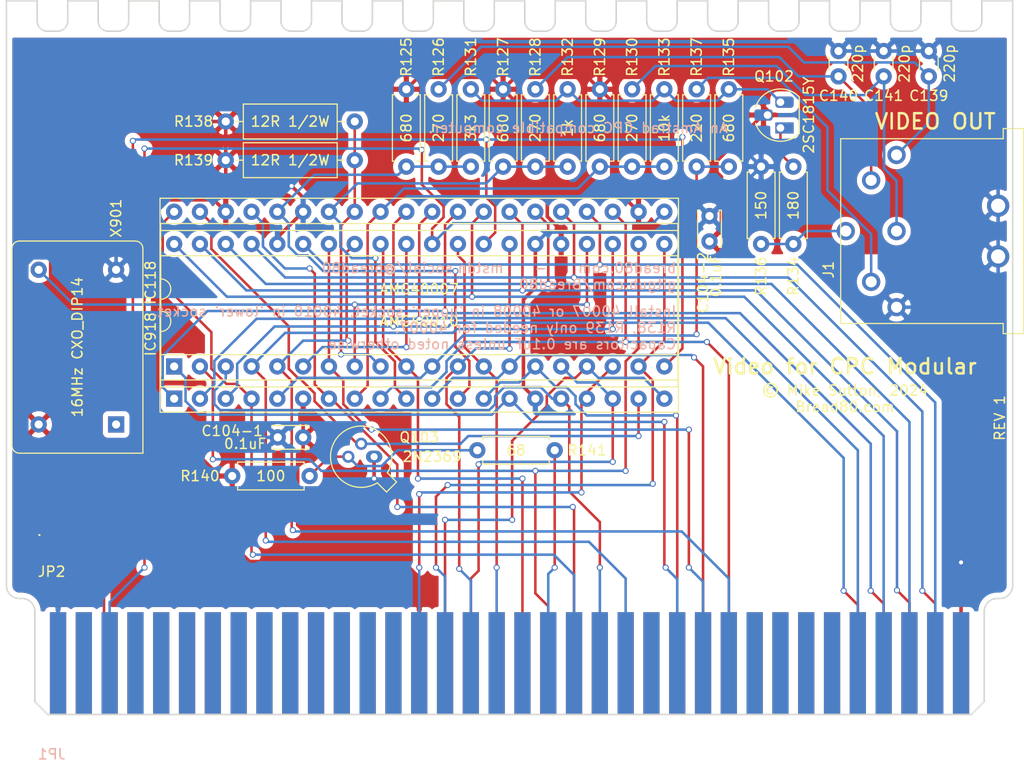
<source format=kicad_pcb>
(kicad_pcb (version 20171130) (host pcbnew "(5.1.12)-1")
  (layers (0 F.Cu signal) (31 B.Cu signal) (34 B.Paste user hide) (35 F.Paste user hide) (36 B.SilkS user) (37 F.SilkS user hide) (38 B.Mask user hide) (39 F.Mask user hide) (44 Edge.Cuts user))
  (net 0 "")
  (net 1 GND)
  (net 2 +5V)
  (net 3 /RAM_GA/READY)
  (net 4 /RAM_GA/MA0_CCLK)
  (net 5 A15)
  (net 6 /RAM_GA/GateArrays/PHI)
  (net 7 /RAM_GA/~RD)
  (net 8 /RAM_GA/~MREQ)
  (net 9 /RAM_GA/~RESET)
  (net 10 /RAM_GA/~M1)
  (net 11 /RAM_GA/GateArrays/R)
  (net 12 /RAM_GA/~IORQ)
  (net 13 /RAM_GA/GateArrays/G)
  (net 14 /RAM_GA/HSYNC)
  (net 15 "Net-(IC118-Pad33)")
  (net 16 /RAM_GA/GateArrays/B)
  (net 17 /RAM_GA/GateArrays/~SYNC)
  (net 18 /RAM_GA/~INT)
  (net 19 /RAM_GA/GateArrays/XTAL)
  (net 20 /RAM_GA/GateArrays/~CAS_ADDR)
  (net 21 /RAM_GA/~MWE)
  (net 22 /RAM_GA/DISPEN)
  (net 23 /RAM_GA/~CAS)
  (net 24 A14)
  (net 25 /RAM_GA/LUM)
  (net 26 /RAM_GA/~SYNC)
  (net 27 /RAM_GA/BLUE)
  (net 28 /RAM_GA/GREEN)
  (net 29 /RAM_GA/RED)
  (net 30 "Net-(JP1-Pad24)")
  (net 31 /RAM_GA/PHI)
  (net 32 "Net-(JP2-Pad24)")
  (net 33 "Net-(JP2-Pad10)")
  (net 34 "Net-(JP2-Pad8)")
  (net 35 "Net-(JP2-Pad7)")
  (net 36 "Net-(JP2-Pad6)")
  (net 37 "Net-(JP2-Pad4)")
  (net 38 "Net-(Q102-Pad1)")
  (net 39 "Net-(Q103-Pad3)")
  (net 40 "Net-(Q102-Pad3)")
  (net 41 /RAM_GA/~RAS)
  (net 42 /RAM_GA/~244EN)
  (net 43 "Net-(JP1-Pad36)")
  (net 44 "Net-(JP1-Pad31)")
  (net 45 "Net-(JP1-Pad30)")
  (net 46 "Net-(JP1-Pad29)")
  (net 47 "Net-(JP1-Pad28)")
  (net 48 "Net-(JP2-Pad23)")
  (net 49 "Net-(X901-Pad1)")
  (net 50 /RAM_GA/VSYNC)
  (net 51 /RAM_GA/~RAMRD)
  (net 52 /RAM_GA/~ROMEN)
  (net 53 RD7)
  (net 54 RD6)
  (net 55 RD5)
  (net 56 RD4)
  (net 57 RD3)
  (net 58 RD2)
  (net 59 RD1)
  (net 60 RD0)
  (net 61 /RAM_GA/~CPU_ADDR)
  (net 62 "Net-(JP1-Pad19)")
  (net 63 "Net-(JP1-Pad14)")
  (net 64 "Net-(JP1-Pad13)")
  (net 65 "Net-(JP1-Pad12)")
  (net 66 "Net-(JP1-Pad11)")
  (net 67 "Net-(JP1-Pad10)")
  (net 68 "Net-(JP1-Pad9)")
  (net 69 "Net-(JP1-Pad8)")
  (net 70 "Net-(JP1-Pad7)")
  (net 71 "Net-(JP1-Pad6)")
  (net 72 "Net-(JP1-Pad5)")
  (net 73 "Net-(JP1-Pad4)")
  (net 74 "Net-(JP1-Pad2)")
  (net 75 "Net-(JP2-Pad31)")
  (net 76 "Net-(JP2-Pad30)")
  (net 77 "Net-(JP2-Pad29)")
  (net 78 "Net-(JP2-Pad28)")
  (net 79 "Net-(JP2-Pad22)")
  (net 80 "Net-(JP2-Pad18)")
  (net 81 "Net-(JP2-Pad14)")
  (net 82 "Net-(JP2-Pad13)")
  (net 83 "Net-(JP2-Pad12)")
  (net 84 "Net-(JP2-Pad11)")
  (net 85 "Net-(JP2-Pad9)")
  (net 86 "Net-(JP2-Pad5)")
  (net 87 "Net-(JP2-Pad2)")
  (net 88 "Net-(JP2-Pad1)")
  (module CPCModular:Edge36_2.54PS (layer F.Cu) (at 158.75 167.535 90)
    (fp_text reference JP2 (at 10.795 -0.635) (layer F.SilkS))
    (fp_text value CPCM_VideoRAM_EdgeTop)
    (pad 36 smd rect (at 1.8 88.9 90) (size 10 1.6) (layers F.Cu F.Paste F.Mask) (net 1 GND))
    (pad 35 smd rect (at 1.8 86.36 90) (size 10 1.6) (layers F.Cu F.Paste F.Mask) (net 59 RD1))
    (pad 34 smd rect (at 1.8 83.82 90) (size 10 1.6) (layers F.Cu F.Paste F.Mask) (net 57 RD3))
    (pad 33 smd rect (at 1.8 81.28 90) (size 10 1.6) (layers F.Cu F.Paste F.Mask) (net 55 RD5))
    (pad 32 smd rect (at 1.8 78.74 90) (size 10 1.6) (layers F.Cu F.Paste F.Mask) (net 53 RD7))
    (pad 31 smd rect (at 1.8 76.2 90) (size 10 1.6) (layers F.Cu F.Paste F.Mask) (net 75 "Net-(JP2-Pad31)"))
    (pad 30 smd rect (at 1.8 73.66 90) (size 10 1.6) (layers F.Cu F.Paste F.Mask) (net 76 "Net-(JP2-Pad30)"))
    (pad 29 smd rect (at 1.8 71.12 90) (size 10 1.6) (layers F.Cu F.Paste F.Mask) (net 77 "Net-(JP2-Pad29)"))
    (pad 28 smd rect (at 1.8 68.58 90) (size 10 1.6) (layers F.Cu F.Paste F.Mask) (net 78 "Net-(JP2-Pad28)"))
    (pad 27 smd rect (at 1.8 66.04 90) (size 10 1.6) (layers F.Cu F.Paste F.Mask) (net 22 /RAM_GA/DISPEN))
    (pad 26 smd rect (at 1.8 63.5 90) (size 10 1.6) (layers F.Cu F.Paste F.Mask) (net 14 /RAM_GA/HSYNC))
    (pad 25 smd rect (at 1.8 60.96 90) (size 10 1.6) (layers F.Cu F.Paste F.Mask) (net 50 /RAM_GA/VSYNC))
    (pad 24 smd rect (at 1.8 58.42 90) (size 10 1.6) (layers F.Cu F.Paste F.Mask) (net 32 "Net-(JP2-Pad24)"))
    (pad 23 smd rect (at 1.8 55.88 90) (size 10 1.6) (layers F.Cu F.Paste F.Mask) (net 48 "Net-(JP2-Pad23)"))
    (pad 22 smd rect (at 1.8 53.34 90) (size 10 1.6) (layers F.Cu F.Paste F.Mask) (net 79 "Net-(JP2-Pad22)"))
    (pad 21 smd rect (at 1.8 50.8 90) (size 10 1.6) (layers F.Cu F.Paste F.Mask) (net 9 /RAM_GA/~RESET))
    (pad 20 smd rect (at 1.8 48.26 90) (size 10 1.6) (layers F.Cu F.Paste F.Mask) (net 3 /RAM_GA/READY))
    (pad 19 smd rect (at 1.8 45.72 90) (size 10 1.6) (layers F.Cu F.Paste F.Mask) (net 18 /RAM_GA/~INT))
    (pad 18 smd rect (at 1.8 43.18 90) (size 10 1.6) (layers F.Cu F.Paste F.Mask) (net 80 "Net-(JP2-Pad18)"))
    (pad 17 smd rect (at 1.8 40.64 90) (size 10 1.6) (layers F.Cu F.Paste F.Mask) (net 12 /RAM_GA/~IORQ))
    (pad 16 smd rect (at 1.8 38.1 90) (size 10 1.6) (layers F.Cu F.Paste F.Mask) (net 10 /RAM_GA/~M1))
    (pad 15 smd rect (at 1.8 35.56 90) (size 10 1.6) (layers F.Cu F.Paste F.Mask) (net 2 +5V))
    (pad 14 smd rect (at 1.8 33.02 90) (size 10 1.6) (layers F.Cu F.Paste F.Mask) (net 81 "Net-(JP2-Pad14)"))
    (pad 13 smd rect (at 1.8 30.48 90) (size 10 1.6) (layers F.Cu F.Paste F.Mask) (net 82 "Net-(JP2-Pad13)"))
    (pad 12 smd rect (at 1.8 27.94 90) (size 10 1.6) (layers F.Cu F.Paste F.Mask) (net 83 "Net-(JP2-Pad12)"))
    (pad 11 smd rect (at 1.8 25.4 90) (size 10 1.6) (layers F.Cu F.Paste F.Mask) (net 84 "Net-(JP2-Pad11)"))
    (pad 10 smd rect (at 1.8 22.86 90) (size 10 1.6) (layers F.Cu F.Paste F.Mask) (net 33 "Net-(JP2-Pad10)"))
    (pad 9 smd rect (at 1.8 20.32 90) (size 10 1.6) (layers F.Cu F.Paste F.Mask) (net 85 "Net-(JP2-Pad9)"))
    (pad 8 smd rect (at 1.8 17.78 90) (size 10 1.6) (layers F.Cu F.Paste F.Mask) (net 34 "Net-(JP2-Pad8)"))
    (pad 7 smd rect (at 1.8 15.24 90) (size 10 1.6) (layers F.Cu F.Paste F.Mask) (net 35 "Net-(JP2-Pad7)"))
    (pad 6 smd rect (at 1.8 12.7 90) (size 10 1.6) (layers F.Cu F.Paste F.Mask) (net 36 "Net-(JP2-Pad6)"))
    (pad 5 smd rect (at 1.8 10.16 90) (size 10 1.6) (layers F.Cu F.Paste F.Mask) (net 86 "Net-(JP2-Pad5)"))
    (pad 4 smd rect (at 1.8 7.62 90) (size 10 1.6) (layers F.Cu F.Paste F.Mask) (net 37 "Net-(JP2-Pad4)"))
    (pad 3 smd rect (at 1.8 5.08 90) (size 10 1.6) (layers F.Cu F.Paste F.Mask) (net 5 A15))
    (pad 2 smd rect (at 1.8 2.54 90) (size 10 1.6) (layers F.Cu F.Paste F.Mask) (net 87 "Net-(JP2-Pad2)"))
    (pad 1 smd rect (at 1.8 0 90) (size 10 1.6) (layers F.Cu F.Paste F.Mask) (net 88 "Net-(JP2-Pad1)"))
  )
  (module CPCModular:Edge36_2.54PS (layer B.Cu) (at 158.75 163.935 270)
    (fp_text reference JP1 (at 10.795 0.635 180) (layer B.SilkS) (effects (justify mirror)))
    (fp_text value CPCM_VideoRAM_EdgeBottom)
    (pad 36 smd rect (at 1.8 -88.9 270) (size 10 1.6) (layers B.Cu B.Paste B.Mask) (net 43 "Net-(JP1-Pad36)"))
    (pad 35 smd rect (at 1.8 -86.36 270) (size 10 1.6) (layers B.Cu B.Paste B.Mask) (net 60 RD0))
    (pad 34 smd rect (at 1.8 -83.82 270) (size 10 1.6) (layers B.Cu B.Paste B.Mask) (net 58 RD2))
    (pad 33 smd rect (at 1.8 -81.28 270) (size 10 1.6) (layers B.Cu B.Paste B.Mask) (net 56 RD4))
    (pad 32 smd rect (at 1.8 -78.74 270) (size 10 1.6) (layers B.Cu B.Paste B.Mask) (net 54 RD6))
    (pad 31 smd rect (at 1.8 -76.2 270) (size 10 1.6) (layers B.Cu B.Paste B.Mask) (net 44 "Net-(JP1-Pad31)"))
    (pad 30 smd rect (at 1.8 -73.66 270) (size 10 1.6) (layers B.Cu B.Paste B.Mask) (net 45 "Net-(JP1-Pad30)"))
    (pad 29 smd rect (at 1.8 -71.12 270) (size 10 1.6) (layers B.Cu B.Paste B.Mask) (net 46 "Net-(JP1-Pad29)"))
    (pad 28 smd rect (at 1.8 -68.58 270) (size 10 1.6) (layers B.Cu B.Paste B.Mask) (net 47 "Net-(JP1-Pad28)"))
    (pad 27 smd rect (at 1.8 -66.04 270) (size 10 1.6) (layers B.Cu B.Paste B.Mask) (net 21 /RAM_GA/~MWE))
    (pad 26 smd rect (at 1.8 -63.5 270) (size 10 1.6) (layers B.Cu B.Paste B.Mask) (net 41 /RAM_GA/~RAS))
    (pad 25 smd rect (at 1.8 -60.96 270) (size 10 1.6) (layers B.Cu B.Paste B.Mask) (net 61 /RAM_GA/~CPU_ADDR))
    (pad 24 smd rect (at 1.8 -58.42 270) (size 10 1.6) (layers B.Cu B.Paste B.Mask) (net 30 "Net-(JP1-Pad24)"))
    (pad 23 smd rect (at 1.8 -55.88 270) (size 10 1.6) (layers B.Cu B.Paste B.Mask) (net 42 /RAM_GA/~244EN))
    (pad 22 smd rect (at 1.8 -53.34 270) (size 10 1.6) (layers B.Cu B.Paste B.Mask) (net 23 /RAM_GA/~CAS))
    (pad 21 smd rect (at 1.8 -50.8 270) (size 10 1.6) (layers B.Cu B.Paste B.Mask) (net 4 /RAM_GA/MA0_CCLK))
    (pad 20 smd rect (at 1.8 -48.26 270) (size 10 1.6) (layers B.Cu B.Paste B.Mask) (net 31 /RAM_GA/PHI))
    (pad 19 smd rect (at 1.8 -45.72 270) (size 10 1.6) (layers B.Cu B.Paste B.Mask) (net 62 "Net-(JP1-Pad19)"))
    (pad 18 smd rect (at 1.8 -43.18 270) (size 10 1.6) (layers B.Cu B.Paste B.Mask) (net 51 /RAM_GA/~RAMRD))
    (pad 17 smd rect (at 1.8 -40.64 270) (size 10 1.6) (layers B.Cu B.Paste B.Mask) (net 52 /RAM_GA/~ROMEN))
    (pad 16 smd rect (at 1.8 -38.1 270) (size 10 1.6) (layers B.Cu B.Paste B.Mask) (net 7 /RAM_GA/~RD))
    (pad 15 smd rect (at 1.8 -35.56 270) (size 10 1.6) (layers B.Cu B.Paste B.Mask) (net 8 /RAM_GA/~MREQ))
    (pad 14 smd rect (at 1.8 -33.02 270) (size 10 1.6) (layers B.Cu B.Paste B.Mask) (net 63 "Net-(JP1-Pad14)"))
    (pad 13 smd rect (at 1.8 -30.48 270) (size 10 1.6) (layers B.Cu B.Paste B.Mask) (net 64 "Net-(JP1-Pad13)"))
    (pad 12 smd rect (at 1.8 -27.94 270) (size 10 1.6) (layers B.Cu B.Paste B.Mask) (net 65 "Net-(JP1-Pad12)"))
    (pad 11 smd rect (at 1.8 -25.4 270) (size 10 1.6) (layers B.Cu B.Paste B.Mask) (net 66 "Net-(JP1-Pad11)"))
    (pad 10 smd rect (at 1.8 -22.86 270) (size 10 1.6) (layers B.Cu B.Paste B.Mask) (net 67 "Net-(JP1-Pad10)"))
    (pad 9 smd rect (at 1.8 -20.32 270) (size 10 1.6) (layers B.Cu B.Paste B.Mask) (net 68 "Net-(JP1-Pad9)"))
    (pad 8 smd rect (at 1.8 -17.78 270) (size 10 1.6) (layers B.Cu B.Paste B.Mask) (net 69 "Net-(JP1-Pad8)"))
    (pad 7 smd rect (at 1.8 -15.24 270) (size 10 1.6) (layers B.Cu B.Paste B.Mask) (net 70 "Net-(JP1-Pad7)"))
    (pad 6 smd rect (at 1.8 -12.7 270) (size 10 1.6) (layers B.Cu B.Paste B.Mask) (net 71 "Net-(JP1-Pad6)"))
    (pad 5 smd rect (at 1.8 -10.16 270) (size 10 1.6) (layers B.Cu B.Paste B.Mask) (net 72 "Net-(JP1-Pad5)"))
    (pad 4 smd rect (at 1.8 -7.62 270) (size 10 1.6) (layers B.Cu B.Paste B.Mask) (net 73 "Net-(JP1-Pad4)"))
    (pad 3 smd rect (at 1.8 -5.08 270) (size 10 1.6) (layers B.Cu B.Paste B.Mask) (net 24 A14))
    (pad 2 smd rect (at 1.8 -2.54 270) (size 10 1.6) (layers B.Cu B.Paste B.Mask) (net 74 "Net-(JP1-Pad2)"))
    (pad 1 smd rect (at 1.8 0 270) (size 10 1.6) (layers B.Cu B.Paste B.Mask) (net 1 GND))
  )
  (module CPCModular:6PinDIN240Degree (layer F.Cu) (at 241.3 123.19 270)
    (fp_text reference J1 (at 3.81 6.7 90) (layer F.SilkS))
    (fp_text value "VIDEO OUT" (at -10.795 -3.81 180) (layer F.SilkS) (effects (font (size 1.5 1.5) (thickness 0.25))))
    (pad SH thru_hole circle (at 2.5 -10 270) (size 2.2 2.2) (drill 1.4) (layers *.Cu *.Mask) (net 1 GND))
    (pad SH thru_hole circle (at -2.5 -10 270) (size 2.2 2.2) (drill 1.4) (layers *.Cu *.Mask) (net 1 GND))
    (pad 6 thru_hole circle (at 0 5 270) (size 1.8 1.8) (drill 1.1) (layers *.Cu *.Mask) (net 25 /RAM_GA/LUM))
    (pad 5 thru_hole circle (at 7.5 0 270) (size 1.8 1.8) (drill 1.1) (layers *.Cu *.Mask) (net 1 GND))
    (pad 4 thru_hole circle (at 5 2.5 270) (size 1.8 1.8) (drill 1.1) (layers *.Cu *.Mask) (net 26 /RAM_GA/~SYNC))
    (pad 3 thru_hole circle (at 0 0 270) (size 1.8 1.8) (drill 1.1) (layers *.Cu *.Mask) (net 27 /RAM_GA/BLUE))
    (pad 2 thru_hole circle (at -5 2.5 270) (size 1.8 1.8) (drill 1.1) (layers *.Cu *.Mask) (net 28 /RAM_GA/GREEN))
    (pad 1 thru_hole circle (at -7.5 0 270) (size 1.8 1.8) (drill 1.1) (layers *.Cu *.Mask) (net 29 /RAM_GA/RED))
  )
  (module Capacitor_THT:C_Disc_D3.0mm_W1.6mm_P2.50mm (layer F.Cu) (at 240.03 107.95 90)
    (fp_text reference C141 (at -1.905 0 180) (layer F.SilkS))
    (fp_text value 220p (at 1.25 2.05 90) (layer F.SilkS))
    (pad 2 thru_hole circle (at 2.5 0 90) (size 1.6 1.6) (drill 0.8) (layers *.Cu *.Mask) (net 1 GND))
    (pad 1 thru_hole circle (at 0 0 90) (size 1.6 1.6) (drill 0.8) (layers *.Cu *.Mask) (net 27 /RAM_GA/BLUE))
  )
  (module Capacitor_THT:C_Disc_D3.0mm_W1.6mm_P2.50mm (layer F.Cu) (at 235.585 107.95 90)
    (fp_text reference C140 (at -1.905 0 180) (layer F.SilkS))
    (fp_text value 220p (at 1.27 1.905 90) (layer F.SilkS))
    (pad 2 thru_hole circle (at 2.5 0 90) (size 1.6 1.6) (drill 0.8) (layers *.Cu *.Mask) (net 1 GND))
    (pad 1 thru_hole circle (at 0 0 90) (size 1.6 1.6) (drill 0.8) (layers *.Cu *.Mask) (net 28 /RAM_GA/GREEN))
  )
  (module Capacitor_THT:C_Disc_D3.0mm_W1.6mm_P2.50mm (layer F.Cu) (at 244.475 107.95 90)
    (fp_text reference C139 (at -1.905 0 180) (layer F.SilkS))
    (fp_text value 220p (at 1.27 2.05 90) (layer F.SilkS))
    (pad 2 thru_hole circle (at 2.5 0 90) (size 1.6 1.6) (drill 0.8) (layers *.Cu *.Mask) (net 1 GND))
    (pad 1 thru_hole circle (at 0 0 90) (size 1.6 1.6) (drill 0.8) (layers *.Cu *.Mask) (net 29 /RAM_GA/RED))
  )
  (module Package_TO_SOT_THT:TO-92_HandSolder (layer F.Cu) (at 229.87 113.03 90)
    (fp_text reference Q102 (at 5.08 -0.635 180) (layer F.SilkS))
    (fp_text value 2SC1815Y (at 1.27 2.79 90) (layer F.SilkS))
    (pad 1 thru_hole rect (at 0 0 90) (size 1.1 1.8) (drill 0.75 (offset 0 0.4)) (layers *.Cu *.Mask) (net 38 "Net-(Q102-Pad1)"))
    (pad 3 thru_hole roundrect (at 2.54 0 90) (size 1.1 1.8) (drill 0.75 (offset 0 0.4)) (layers *.Cu *.Mask) (net 40 "Net-(Q102-Pad3)"))
    (pad 2 thru_hole roundrect (at 1.27 -1.27 90) (size 1.1 1.8) (drill 0.75 (offset 0 -0.4)) (layers *.Cu *.Mask) (net 2 +5V))
  )
  (module Package_TO_SOT_THT:TO-18-3 (layer F.Cu) (at 189.865 145.415 180)
    (fp_text reference Q103 (at -4.445 1.905) (layer F.SilkS))
    (fp_text value 2N2369 (at -5.715 0) (layer F.SilkS))
    (pad 3 thru_hole oval (at 2.54 0 180) (size 1.2 1.2) (drill 0.7) (layers *.Cu *.Mask) (net 39 "Net-(Q103-Pad3)"))
    (pad 2 thru_hole oval (at 1.27 1.27 180) (size 1.2 1.2) (drill 0.7) (layers *.Cu *.Mask) (net 6 /RAM_GA/GateArrays/PHI))
    (pad 1 thru_hole oval (at 0 0 180) (size 1.6 1.2) (drill 0.7) (layers *.Cu *.Mask) (net 1 GND))
  )
  (module Resistor_THT:R_Axial_DIN0309_L9.0mm_D3.2mm_P12.70mm_Horizontal (layer F.Cu) (at 175.26 116.205)
    (fp_text reference R139 (at -3.175 0) (layer F.SilkS))
    (fp_text value "12R 1/2W" (at 6.35 0) (layer F.SilkS))
    (pad 2 thru_hole oval (at 12.7 0) (size 1.6 1.6) (drill 0.8) (layers *.Cu *.Mask) (net 15 "Net-(IC118-Pad33)"))
    (pad 1 thru_hole circle (at 0 0) (size 1.6 1.6) (drill 0.8) (layers *.Cu *.Mask) (net 2 +5V))
  )
  (module Resistor_THT:R_Axial_DIN0309_L9.0mm_D3.2mm_P12.70mm_Horizontal (layer F.Cu) (at 175.26 112.395)
    (fp_text reference R138 (at -3.175 0) (layer F.SilkS))
    (fp_text value "12R 1/2W" (at 6.35 0) (layer F.SilkS))
    (pad 2 thru_hole oval (at 12.7 0) (size 1.6 1.6) (drill 0.8) (layers *.Cu *.Mask) (net 15 "Net-(IC118-Pad33)"))
    (pad 1 thru_hole circle (at 0 0) (size 1.6 1.6) (drill 0.8) (layers *.Cu *.Mask) (net 2 +5V))
  )
  (module Resistor_THT:R_Axial_DIN0207_L6.3mm_D2.5mm_P7.62mm_Horizontal (layer F.Cu) (at 200.025 144.78)
    (fp_text reference R141 (at 10.795 0) (layer F.SilkS))
    (fp_text value 68 (at 3.81 0) (layer F.SilkS))
    (pad 2 thru_hole oval (at 7.62 0) (size 1.6 1.6) (drill 0.8) (layers *.Cu *.Mask) (net 31 /RAM_GA/PHI))
    (pad 1 thru_hole circle (at 0 0) (size 1.6 1.6) (drill 0.8) (layers *.Cu *.Mask) (net 39 "Net-(Q103-Pad3)"))
  )
  (module Resistor_THT:R_Axial_DIN0207_L6.3mm_D2.5mm_P7.62mm_Horizontal (layer F.Cu) (at 183.515 147.32 180)
    (fp_text reference R140 (at 10.795 0) (layer F.SilkS))
    (fp_text value 100 (at 3.81 0) (layer F.SilkS))
    (pad 2 thru_hole oval (at 7.62 0 180) (size 1.6 1.6) (drill 0.8) (layers *.Cu *.Mask) (net 2 +5V))
    (pad 1 thru_hole circle (at 0 0 180) (size 1.6 1.6) (drill 0.8) (layers *.Cu *.Mask) (net 39 "Net-(Q103-Pad3)"))
  )
  (module Resistor_THT:R_Axial_DIN0207_L6.3mm_D2.5mm_P7.62mm_Horizontal (layer F.Cu) (at 221.615 116.84 90)
    (fp_text reference R137 (at 10.795 0 90) (layer F.SilkS))
    (fp_text value 220 (at 3.81 0 90) (layer F.SilkS))
    (pad 2 thru_hole oval (at 7.62 0 90) (size 1.6 1.6) (drill 0.8) (layers *.Cu *.Mask) (net 26 /RAM_GA/~SYNC))
    (pad 1 thru_hole circle (at 0 0 90) (size 1.6 1.6) (drill 0.8) (layers *.Cu *.Mask) (net 17 /RAM_GA/GateArrays/~SYNC))
  )
  (module Resistor_THT:R_Axial_DIN0207_L6.3mm_D2.5mm_P7.62mm_Horizontal (layer F.Cu) (at 227.965 124.46 90)
    (fp_text reference R136 (at -3.175 0 90) (layer F.SilkS))
    (fp_text value 150 (at 3.81 0 90) (layer F.SilkS))
    (pad 2 thru_hole oval (at 7.62 0 90) (size 1.6 1.6) (drill 0.8) (layers *.Cu *.Mask) (net 1 GND))
    (pad 1 thru_hole circle (at 0 0 90) (size 1.6 1.6) (drill 0.8) (layers *.Cu *.Mask) (net 25 /RAM_GA/LUM))
  )
  (module Resistor_THT:R_Axial_DIN0207_L6.3mm_D2.5mm_P7.62mm_Horizontal (layer F.Cu) (at 224.79 116.84 90)
    (fp_text reference R135 (at 10.795 0 90) (layer F.SilkS))
    (fp_text value 680 (at 3.81 0 90) (layer F.SilkS))
    (pad 2 thru_hole oval (at 7.62 0 90) (size 1.6 1.6) (drill 0.8) (layers *.Cu *.Mask) (net 40 "Net-(Q102-Pad3)"))
    (pad 1 thru_hole circle (at 0 0 90) (size 1.6 1.6) (drill 0.8) (layers *.Cu *.Mask) (net 17 /RAM_GA/GateArrays/~SYNC))
  )
  (module Resistor_THT:R_Axial_DIN0207_L6.3mm_D2.5mm_P7.62mm_Horizontal (layer F.Cu) (at 231.14 116.84 270)
    (fp_text reference R134 (at 10.795 0 90) (layer F.SilkS))
    (fp_text value 180 (at 3.81 0 90) (layer F.SilkS))
    (pad 2 thru_hole oval (at 7.62 0 270) (size 1.6 1.6) (drill 0.8) (layers *.Cu *.Mask) (net 25 /RAM_GA/LUM))
    (pad 1 thru_hole circle (at 0 0 270) (size 1.6 1.6) (drill 0.8) (layers *.Cu *.Mask) (net 38 "Net-(Q102-Pad1)"))
  )
  (module Resistor_THT:R_Axial_DIN0207_L6.3mm_D2.5mm_P7.62mm_Horizontal (layer F.Cu) (at 218.44 109.22 270)
    (fp_text reference R133 (at -3.175 0 90) (layer F.SilkS))
    (fp_text value 10k (at 3.81 0 270) (layer F.SilkS))
    (pad 2 thru_hole oval (at 7.62 0 270) (size 1.6 1.6) (drill 0.8) (layers *.Cu *.Mask) (net 16 /RAM_GA/GateArrays/B))
    (pad 1 thru_hole circle (at 0 0 270) (size 1.6 1.6) (drill 0.8) (layers *.Cu *.Mask) (net 40 "Net-(Q102-Pad3)"))
  )
  (module Resistor_THT:R_Axial_DIN0207_L6.3mm_D2.5mm_P7.62mm_Horizontal (layer F.Cu) (at 208.915 109.22 270)
    (fp_text reference R132 (at -3.175 0 90) (layer F.SilkS))
    (fp_text value 1k (at 3.81 0 90) (layer F.SilkS))
    (pad 2 thru_hole oval (at 7.62 0 270) (size 1.6 1.6) (drill 0.8) (layers *.Cu *.Mask) (net 13 /RAM_GA/GateArrays/G))
    (pad 1 thru_hole circle (at 0 0 270) (size 1.6 1.6) (drill 0.8) (layers *.Cu *.Mask) (net 40 "Net-(Q102-Pad3)"))
  )
  (module Resistor_THT:R_Axial_DIN0207_L6.3mm_D2.5mm_P7.62mm_Horizontal (layer F.Cu) (at 199.39 109.22 270)
    (fp_text reference R131 (at -3.175 0 90) (layer F.SilkS))
    (fp_text value 3k3 (at 3.81 0 90) (layer F.SilkS))
    (pad 2 thru_hole oval (at 7.62 0 270) (size 1.6 1.6) (drill 0.8) (layers *.Cu *.Mask) (net 11 /RAM_GA/GateArrays/R))
    (pad 1 thru_hole circle (at 0 0 270) (size 1.6 1.6) (drill 0.8) (layers *.Cu *.Mask) (net 40 "Net-(Q102-Pad3)"))
  )
  (module Resistor_THT:R_Axial_DIN0207_L6.3mm_D2.5mm_P7.62mm_Horizontal (layer F.Cu) (at 215.265 116.84 90)
    (fp_text reference R130 (at 10.795 0 90) (layer F.SilkS))
    (fp_text value 270 (at 3.81 0 90) (layer F.SilkS))
    (pad 2 thru_hole oval (at 7.62 0 90) (size 1.6 1.6) (drill 0.8) (layers *.Cu *.Mask) (net 27 /RAM_GA/BLUE))
    (pad 1 thru_hole circle (at 0 0 90) (size 1.6 1.6) (drill 0.8) (layers *.Cu *.Mask) (net 16 /RAM_GA/GateArrays/B))
  )
  (module Resistor_THT:R_Axial_DIN0207_L6.3mm_D2.5mm_P7.62mm_Horizontal (layer F.Cu) (at 212.09 116.84 90)
    (fp_text reference R129 (at 10.795 0 90) (layer F.SilkS))
    (fp_text value 680 (at 3.81 0 90) (layer F.SilkS))
    (pad 2 thru_hole oval (at 7.62 0 90) (size 1.6 1.6) (drill 0.8) (layers *.Cu *.Mask) (net 2 +5V))
    (pad 1 thru_hole circle (at 0 0 90) (size 1.6 1.6) (drill 0.8) (layers *.Cu *.Mask) (net 16 /RAM_GA/GateArrays/B))
  )
  (module Resistor_THT:R_Axial_DIN0207_L6.3mm_D2.5mm_P7.62mm_Horizontal (layer F.Cu) (at 205.74 116.84 90)
    (fp_text reference R128 (at 10.795 0 90) (layer F.SilkS))
    (fp_text value 270 (at 3.81 0 90) (layer F.SilkS))
    (pad 2 thru_hole oval (at 7.62 0 90) (size 1.6 1.6) (drill 0.8) (layers *.Cu *.Mask) (net 28 /RAM_GA/GREEN))
    (pad 1 thru_hole circle (at 0 0 90) (size 1.6 1.6) (drill 0.8) (layers *.Cu *.Mask) (net 13 /RAM_GA/GateArrays/G))
  )
  (module Resistor_THT:R_Axial_DIN0207_L6.3mm_D2.5mm_P7.62mm_Horizontal (layer F.Cu) (at 202.565 116.84 90)
    (fp_text reference R127 (at 10.795 0 90) (layer F.SilkS))
    (fp_text value 680 (at 3.81 0 90) (layer F.SilkS))
    (pad 2 thru_hole oval (at 7.62 0 90) (size 1.6 1.6) (drill 0.8) (layers *.Cu *.Mask) (net 2 +5V))
    (pad 1 thru_hole circle (at 0 0 90) (size 1.6 1.6) (drill 0.8) (layers *.Cu *.Mask) (net 13 /RAM_GA/GateArrays/G))
  )
  (module Resistor_THT:R_Axial_DIN0207_L6.3mm_D2.5mm_P7.62mm_Horizontal (layer F.Cu) (at 196.215 116.84 90)
    (fp_text reference R126 (at 10.795 0 90) (layer F.SilkS))
    (fp_text value 270 (at 3.81 0 90) (layer F.SilkS))
    (pad 2 thru_hole oval (at 7.62 0 90) (size 1.6 1.6) (drill 0.8) (layers *.Cu *.Mask) (net 29 /RAM_GA/RED))
    (pad 1 thru_hole circle (at 0 0 90) (size 1.6 1.6) (drill 0.8) (layers *.Cu *.Mask) (net 11 /RAM_GA/GateArrays/R))
  )
  (module Resistor_THT:R_Axial_DIN0207_L6.3mm_D2.5mm_P7.62mm_Horizontal (layer F.Cu) (at 193.04 116.84 90)
    (fp_text reference R125 (at 10.795 0 90) (layer F.SilkS))
    (fp_text value 680 (at 3.81 0 90) (layer F.SilkS))
    (pad 2 thru_hole oval (at 7.62 0 90) (size 1.6 1.6) (drill 0.8) (layers *.Cu *.Mask) (net 2 +5V))
    (pad 1 thru_hole circle (at 0 0 90) (size 1.6 1.6) (drill 0.8) (layers *.Cu *.Mask) (net 11 /RAM_GA/GateArrays/R))
  )
  (module Oscillator:Oscillator_DIP-14 (layer F.Cu) (at 164.465 142.24 90)
    (fp_text reference X901 (at 20.32 0 90) (layer F.SilkS))
    (fp_text value "16MHz CXO_DIP14" (at 7.62 -3.81 90) (layer F.SilkS))
    (pad 7 thru_hole circle (at 15.24 0 90) (size 1.6 1.6) (drill 0.8) (layers *.Cu *.Mask) (net 1 GND))
    (pad 8 thru_hole circle (at 15.24 -7.62 90) (size 1.6 1.6) (drill 0.8) (layers *.Cu *.Mask) (net 19 /RAM_GA/GateArrays/XTAL))
    (pad 14 thru_hole circle (at 0 -7.62 90) (size 1.6 1.6) (drill 0.8) (layers *.Cu *.Mask) (net 2 +5V))
    (pad 1 thru_hole rect (at 0 0 90) (size 1.6 1.6) (drill 0.8) (layers *.Cu *.Mask) (net 49 "Net-(X901-Pad1)"))
  )
  (module Package_DIP:DIP-40_W15.24mm_Socket (layer F.Cu) (at 170.18 139.7 90)
    (fp_text reference IC918 (at 6.35 -2.33 90) (layer F.SilkS))
    (fp_text value AMG40010 (at 7.62 24.13 180) (layer F.SilkS))
    (pad 40 thru_hole oval (at 15.24 0 90) (size 1.6 1.6) (drill 0.8) (layers *.Cu *.Mask) (net 56 RD4))
    (pad 20 thru_hole oval (at 0 48.26 90) (size 1.6 1.6) (drill 0.8) (layers *.Cu *.Mask) (net 10 /RAM_GA/~M1))
    (pad 39 thru_hole oval (at 15.24 2.54 90) (size 1.6 1.6) (drill 0.8) (layers *.Cu *.Mask) (net 57 RD3))
    (pad 19 thru_hole oval (at 0 45.72 90) (size 1.6 1.6) (drill 0.8) (layers *.Cu *.Mask) (net 6 /RAM_GA/GateArrays/PHI))
    (pad 38 thru_hole oval (at 15.24 5.08 90) (size 1.6 1.6) (drill 0.8) (layers *.Cu *.Mask) (net 58 RD2))
    (pad 18 thru_hole oval (at 0 43.18 90) (size 1.6 1.6) (drill 0.8) (layers *.Cu *.Mask) (net 12 /RAM_GA/~IORQ))
    (pad 37 thru_hole oval (at 15.24 7.62 90) (size 1.6 1.6) (drill 0.8) (layers *.Cu *.Mask) (net 59 RD1))
    (pad 17 thru_hole oval (at 0 40.64 90) (size 1.6 1.6) (drill 0.8) (layers *.Cu *.Mask) (net 8 /RAM_GA/~MREQ))
    (pad 36 thru_hole oval (at 15.24 10.16 90) (size 1.6 1.6) (drill 0.8) (layers *.Cu *.Mask) (net 1 GND))
    (pad 16 thru_hole oval (at 0 38.1 90) (size 1.6 1.6) (drill 0.8) (layers *.Cu *.Mask) (net 23 /RAM_GA/~CAS))
    (pad 35 thru_hole oval (at 15.24 12.7 90) (size 1.6 1.6) (drill 0.8) (layers *.Cu *.Mask) (net 60 RD0))
    (pad 15 thru_hole oval (at 0 35.56 90) (size 1.6 1.6) (drill 0.8) (layers *.Cu *.Mask) (net 1 GND))
    (pad 34 thru_hole oval (at 15.24 15.24 90) (size 1.6 1.6) (drill 0.8) (layers *.Cu *.Mask) (net 41 /RAM_GA/~RAS))
    (pad 14 thru_hole oval (at 0 33.02 90) (size 1.6 1.6) (drill 0.8) (layers *.Cu *.Mask) (net 61 /RAM_GA/~CPU_ADDR))
    (pad 33 thru_hole oval (at 15.24 17.78 90) (size 1.6 1.6) (drill 0.8) (layers *.Cu *.Mask) (net 21 /RAM_GA/~MWE))
    (pad 13 thru_hole oval (at 0 30.48 90) (size 1.6 1.6) (drill 0.8) (layers *.Cu *.Mask) (net 50 /RAM_GA/VSYNC))
    (pad 32 thru_hole oval (at 15.24 20.32 90) (size 1.6 1.6) (drill 0.8) (layers *.Cu *.Mask) (net 18 /RAM_GA/~INT))
    (pad 12 thru_hole oval (at 0 27.94 90) (size 1.6 1.6) (drill 0.8) (layers *.Cu *.Mask) (net 11 /RAM_GA/GateArrays/R))
    (pad 31 thru_hole oval (at 15.24 22.86 90) (size 1.6 1.6) (drill 0.8) (layers *.Cu *.Mask) (net 20 /RAM_GA/GateArrays/~CAS_ADDR))
    (pad 11 thru_hole oval (at 0 25.4 90) (size 1.6 1.6) (drill 0.8) (layers *.Cu *.Mask) (net 14 /RAM_GA/HSYNC))
    (pad 30 thru_hole oval (at 15.24 25.4 90) (size 1.6 1.6) (drill 0.8) (layers *.Cu *.Mask) (net 24 A14))
    (pad 10 thru_hole oval (at 0 22.86 90) (size 1.6 1.6) (drill 0.8) (layers *.Cu *.Mask) (net 13 /RAM_GA/GateArrays/G))
    (pad 29 thru_hole oval (at 15.24 27.94 90) (size 1.6 1.6) (drill 0.8) (layers *.Cu *.Mask) (net 51 /RAM_GA/~RAMRD))
    (pad 9 thru_hole oval (at 0 20.32 90) (size 1.6 1.6) (drill 0.8) (layers *.Cu *.Mask) (net 22 /RAM_GA/DISPEN))
    (pad 28 thru_hole oval (at 15.24 30.48 90) (size 1.6 1.6) (drill 0.8) (layers *.Cu *.Mask) (net 5 A15))
    (pad 8 thru_hole oval (at 0 17.78 90) (size 1.6 1.6) (drill 0.8) (layers *.Cu *.Mask) (net 16 /RAM_GA/GateArrays/B))
    (pad 27 thru_hole oval (at 15.24 33.02 90) (size 1.6 1.6) (drill 0.8) (layers *.Cu *.Mask) (net 52 /RAM_GA/~ROMEN))
    (pad 7 thru_hole oval (at 0 15.24 90) (size 1.6 1.6) (drill 0.8) (layers *.Cu *.Mask) (net 9 /RAM_GA/~RESET))
    (pad 26 thru_hole oval (at 15.24 35.56 90) (size 1.6 1.6) (drill 0.8) (layers *.Cu *.Mask) (net 1 GND))
    (pad 6 thru_hole oval (at 0 12.7 90) (size 1.6 1.6) (drill 0.8) (layers *.Cu *.Mask) (net 2 +5V))
    (pad 25 thru_hole oval (at 15.24 38.1 90) (size 1.6 1.6) (drill 0.8) (layers *.Cu *.Mask) (net 2 +5V))
    (pad 5 thru_hole oval (at 0 10.16 90) (size 1.6 1.6) (drill 0.8) (layers *.Cu *.Mask) (net 17 /RAM_GA/GateArrays/~SYNC))
    (pad 24 thru_hole oval (at 15.24 40.64 90) (size 1.6 1.6) (drill 0.8) (layers *.Cu *.Mask) (net 19 /RAM_GA/GateArrays/XTAL))
    (pad 4 thru_hole oval (at 0 7.62 90) (size 1.6 1.6) (drill 0.8) (layers *.Cu *.Mask) (net 4 /RAM_GA/MA0_CCLK))
    (pad 23 thru_hole oval (at 15.24 43.18 90) (size 1.6 1.6) (drill 0.8) (layers *.Cu *.Mask) (net 42 /RAM_GA/~244EN))
    (pad 3 thru_hole oval (at 0 5.08 90) (size 1.6 1.6) (drill 0.8) (layers *.Cu *.Mask) (net 53 RD7))
    (pad 22 thru_hole oval (at 15.24 45.72 90) (size 1.6 1.6) (drill 0.8) (layers *.Cu *.Mask) (net 3 /RAM_GA/READY))
    (pad 2 thru_hole oval (at 0 2.54 90) (size 1.6 1.6) (drill 0.8) (layers *.Cu *.Mask) (net 54 RD6))
    (pad 21 thru_hole oval (at 15.24 48.26 90) (size 1.6 1.6) (drill 0.8) (layers *.Cu *.Mask) (net 7 /RAM_GA/~RD))
    (pad 1 thru_hole rect (at 0 0 90) (size 1.6 1.6) (drill 0.8) (layers *.Cu *.Mask) (net 55 RD5))
  )
  (module Package_DIP:DIP-40_W15.24mm_Socket (layer F.Cu) (at 170.18 136.525 90)
    (fp_text reference IC118 (at 8.255 -2.33 90) (layer F.SilkS))
    (fp_text value AMG40007 (at 7.62 24.13 180) (layer F.SilkS))
    (pad 40 thru_hole oval (at 15.24 0 90) (size 1.6 1.6) (drill 0.8) (layers *.Cu *.Mask) (net 4 /RAM_GA/MA0_CCLK))
    (pad 20 thru_hole oval (at 0 48.26 90) (size 1.6 1.6) (drill 0.8) (layers *.Cu *.Mask) (net 5 A15))
    (pad 39 thru_hole oval (at 15.24 2.54 90) (size 1.6 1.6) (drill 0.8) (layers *.Cu *.Mask) (net 6 /RAM_GA/GateArrays/PHI))
    (pad 19 thru_hole oval (at 0 45.72 90) (size 1.6 1.6) (drill 0.8) (layers *.Cu *.Mask) (net 7 /RAM_GA/~RD))
    (pad 38 thru_hole oval (at 15.24 5.08 90) (size 1.6 1.6) (drill 0.8) (layers *.Cu *.Mask) (net 2 +5V))
    (pad 18 thru_hole oval (at 0 43.18 90) (size 1.6 1.6) (drill 0.8) (layers *.Cu *.Mask) (net 8 /RAM_GA/~MREQ))
    (pad 37 thru_hole oval (at 15.24 7.62 90) (size 1.6 1.6) (drill 0.8) (layers *.Cu *.Mask) (net 9 /RAM_GA/~RESET))
    (pad 17 thru_hole oval (at 0 40.64 90) (size 1.6 1.6) (drill 0.8) (layers *.Cu *.Mask) (net 10 /RAM_GA/~M1))
    (pad 36 thru_hole oval (at 15.24 10.16 90) (size 1.6 1.6) (drill 0.8) (layers *.Cu *.Mask) (net 11 /RAM_GA/GateArrays/R))
    (pad 16 thru_hole oval (at 0 38.1 90) (size 1.6 1.6) (drill 0.8) (layers *.Cu *.Mask) (net 12 /RAM_GA/~IORQ))
    (pad 35 thru_hole oval (at 15.24 12.7 90) (size 1.6 1.6) (drill 0.8) (layers *.Cu *.Mask) (net 1 GND))
    (pad 15 thru_hole oval (at 0 35.56 90) (size 1.6 1.6) (drill 0.8) (layers *.Cu *.Mask) (net 50 /RAM_GA/VSYNC))
    (pad 34 thru_hole oval (at 15.24 15.24 90) (size 1.6 1.6) (drill 0.8) (layers *.Cu *.Mask) (net 13 /RAM_GA/GateArrays/G))
    (pad 14 thru_hole oval (at 0 33.02 90) (size 1.6 1.6) (drill 0.8) (layers *.Cu *.Mask) (net 14 /RAM_GA/HSYNC))
    (pad 33 thru_hole oval (at 15.24 17.78 90) (size 1.6 1.6) (drill 0.8) (layers *.Cu *.Mask) (net 15 "Net-(IC118-Pad33)"))
    (pad 13 thru_hole oval (at 0 30.48 90) (size 1.6 1.6) (drill 0.8) (layers *.Cu *.Mask) (net 51 /RAM_GA/~RAMRD))
    (pad 32 thru_hole oval (at 15.24 20.32 90) (size 1.6 1.6) (drill 0.8) (layers *.Cu *.Mask) (net 16 /RAM_GA/GateArrays/B))
    (pad 12 thru_hole oval (at 0 27.94 90) (size 1.6 1.6) (drill 0.8) (layers *.Cu *.Mask) (net 52 /RAM_GA/~ROMEN))
    (pad 31 thru_hole oval (at 15.24 22.86 90) (size 1.6 1.6) (drill 0.8) (layers *.Cu *.Mask) (net 53 RD7))
    (pad 11 thru_hole oval (at 0 25.4 90) (size 1.6 1.6) (drill 0.8) (layers *.Cu *.Mask) (net 17 /RAM_GA/GateArrays/~SYNC))
    (pad 30 thru_hole oval (at 15.24 25.4 90) (size 1.6 1.6) (drill 0.8) (layers *.Cu *.Mask) (net 54 RD6))
    (pad 10 thru_hole oval (at 0 22.86 90) (size 1.6 1.6) (drill 0.8) (layers *.Cu *.Mask) (net 18 /RAM_GA/~INT))
    (pad 29 thru_hole oval (at 15.24 27.94 90) (size 1.6 1.6) (drill 0.8) (layers *.Cu *.Mask) (net 55 RD5))
    (pad 9 thru_hole oval (at 0 20.32 90) (size 1.6 1.6) (drill 0.8) (layers *.Cu *.Mask) (net 15 "Net-(IC118-Pad33)"))
    (pad 28 thru_hole oval (at 15.24 30.48 90) (size 1.6 1.6) (drill 0.8) (layers *.Cu *.Mask) (net 56 RD4))
    (pad 8 thru_hole oval (at 0 17.78 90) (size 1.6 1.6) (drill 0.8) (layers *.Cu *.Mask) (net 19 /RAM_GA/GateArrays/XTAL))
    (pad 27 thru_hole oval (at 15.24 33.02 90) (size 1.6 1.6) (drill 0.8) (layers *.Cu *.Mask) (net 57 RD3))
    (pad 7 thru_hole oval (at 0 15.24 90) (size 1.6 1.6) (drill 0.8) (layers *.Cu *.Mask) (net 41 /RAM_GA/~RAS))
    (pad 26 thru_hole oval (at 15.24 35.56 90) (size 1.6 1.6) (drill 0.8) (layers *.Cu *.Mask) (net 58 RD2))
    (pad 6 thru_hole oval (at 0 12.7 90) (size 1.6 1.6) (drill 0.8) (layers *.Cu *.Mask) (net 20 /RAM_GA/GateArrays/~CAS_ADDR))
    (pad 25 thru_hole oval (at 15.24 38.1 90) (size 1.6 1.6) (drill 0.8) (layers *.Cu *.Mask) (net 59 RD1))
    (pad 5 thru_hole oval (at 0 10.16 90) (size 1.6 1.6) (drill 0.8) (layers *.Cu *.Mask) (net 21 /RAM_GA/~MWE))
    (pad 24 thru_hole oval (at 15.24 40.64 90) (size 1.6 1.6) (drill 0.8) (layers *.Cu *.Mask) (net 60 RD0))
    (pad 4 thru_hole oval (at 0 7.62 90) (size 1.6 1.6) (drill 0.8) (layers *.Cu *.Mask) (net 42 /RAM_GA/~244EN))
    (pad 23 thru_hole oval (at 15.24 43.18 90) (size 1.6 1.6) (drill 0.8) (layers *.Cu *.Mask) (net 22 /RAM_GA/DISPEN))
    (pad 3 thru_hole oval (at 0 5.08 90) (size 1.6 1.6) (drill 0.8) (layers *.Cu *.Mask) (net 23 /RAM_GA/~CAS))
    (pad 22 thru_hole oval (at 15.24 45.72 90) (size 1.6 1.6) (drill 0.8) (layers *.Cu *.Mask) (net 2 +5V))
    (pad 2 thru_hole oval (at 0 2.54 90) (size 1.6 1.6) (drill 0.8) (layers *.Cu *.Mask) (net 3 /RAM_GA/READY))
    (pad 21 thru_hole oval (at 15.24 48.26 90) (size 1.6 1.6) (drill 0.8) (layers *.Cu *.Mask) (net 24 A14))
    (pad 1 thru_hole rect (at 0 0 90) (size 1.6 1.6) (drill 0.8) (layers *.Cu *.Mask) (net 61 /RAM_GA/~CPU_ADDR))
  )
  (module Capacitor_THT:C_Disc_D3.4mm_W2.1mm_P2.50mm (layer F.Cu) (at 222.885 124.206 90)
    (fp_text reference C104-2 (at -4.064 -0.635 90) (layer F.SilkS))
    (fp_text value 0.1uF (at -3.429 0.635 90) (layer F.SilkS))
    (pad 2 thru_hole circle (at 2.5 0 90) (size 1.6 1.6) (drill 0.8) (layers *.Cu *.Mask) (net 1 GND))
    (pad 1 thru_hole circle (at 0 0 90) (size 1.6 1.6) (drill 0.8) (layers *.Cu *.Mask) (net 2 +5V))
  )
  (module Capacitor_THT:C_Disc_D3.4mm_W2.1mm_P2.50mm (layer F.Cu) (at 182.88 143.51 180)
    (fp_text reference C104-1 (at 6.985 0.635) (layer F.SilkS))
    (fp_text value 0.1uF (at 5.715 -0.635) (layer F.SilkS))
    (pad 2 thru_hole circle (at 2.5 0 180) (size 1.6 1.6) (drill 0.8) (layers *.Cu *.Mask) (net 1 GND))
    (pad 1 thru_hole circle (at 0 0 180) (size 1.6 1.6) (drill 0.8) (layers *.Cu *.Mask) (net 2 +5V))
  )
  (gr_arc (start 157.7 102.5) (end 156.7 102.5) (angle -90) (layer Edge.Cuts) (width 0.15))
  (gr_line (start 248.7 103.5) (end 247.7 103.5) (layer Edge.Cuts) (width 0.15))
  (gr_line (start 243.7 100.5) (end 243.7 102.5) (layer Edge.Cuts) (width 0.15))
  (gr_line (start 153.67 100.5) (end 156.7 100.5) (layer Edge.Cuts) (width 0.15))
  (gr_line (start 236.7 103.5) (end 235.7 103.5) (layer Edge.Cuts) (width 0.15))
  (gr_arc (start 175.7 102.5) (end 174.7 102.5) (angle -90) (layer Edge.Cuts) (width 0.15))
  (gr_line (start 171.7 100.5) (end 171.7 102.5) (layer Edge.Cuts) (width 0.15))
  (gr_arc (start 164.7 102.5) (end 164.7 103.5) (angle -90) (layer Edge.Cuts) (width 0.15))
  (gr_line (start 168.7 100.5) (end 165.7 100.5) (layer Edge.Cuts) (width 0.15))
  (gr_arc (start 169.7 102.5) (end 168.7 102.5) (angle -90) (layer Edge.Cuts) (width 0.15))
  (gr_line (start 216.7 102.5) (end 216.7 100.5) (layer Edge.Cuts) (width 0.15))
  (gr_line (start 246.7 102.5) (end 246.7 100.5) (layer Edge.Cuts) (width 0.15))
  (gr_arc (start 163.7 102.5) (end 162.7 102.5) (angle -90) (layer Edge.Cuts) (width 0.15))
  (gr_line (start 240.7 100.5) (end 237.7 100.5) (layer Edge.Cuts) (width 0.15))
  (gr_line (start 246.7 100.5) (end 243.7 100.5) (layer Edge.Cuts) (width 0.15))
  (gr_line (start 174.7 102.5) (end 174.7 100.5) (layer Edge.Cuts) (width 0.15))
  (gr_line (start 170.7 103.5) (end 169.7 103.5) (layer Edge.Cuts) (width 0.15))
  (gr_line (start 158.7 103.5) (end 157.7 103.5) (layer Edge.Cuts) (width 0.15))
  (gr_line (start 240.7 102.5) (end 240.7 100.5) (layer Edge.Cuts) (width 0.15))
  (gr_arc (start 170.7 102.5) (end 170.7 103.5) (angle -90) (layer Edge.Cuts) (width 0.15))
  (gr_line (start 176.7 103.5) (end 175.7 103.5) (layer Edge.Cuts) (width 0.15))
  (gr_line (start 156.7 100.5) (end 156.7 102.5) (layer Edge.Cuts) (width 0.15))
  (gr_line (start 252.73 100.5) (end 249.7 100.5) (layer Edge.Cuts) (width 0.15))
  (gr_line (start 168.7 102.5) (end 168.7 100.5) (layer Edge.Cuts) (width 0.15))
  (gr_line (start 165.7 100.5) (end 165.7 102.5) (layer Edge.Cuts) (width 0.15))
  (gr_line (start 174.7 100.5) (end 171.7 100.5) (layer Edge.Cuts) (width 0.15))
  (gr_line (start 225.7 100.5) (end 225.7 102.5) (layer Edge.Cuts) (width 0.15))
  (gr_line (start 249.7 100.5) (end 249.7 102.5) (layer Edge.Cuts) (width 0.15))
  (gr_line (start 164.7 103.5) (end 163.7 103.5) (layer Edge.Cuts) (width 0.15))
  (gr_line (start 162.7 102.5) (end 162.7 100.5) (layer Edge.Cuts) (width 0.15))
  (gr_line (start 162.7 100.5) (end 159.7 100.5) (layer Edge.Cuts) (width 0.15))
  (gr_line (start 159.7 100.5) (end 159.7 102.5) (layer Edge.Cuts) (width 0.15))
  (gr_arc (start 158.7 102.5) (end 158.7 103.5) (angle -90) (layer Edge.Cuts) (width 0.15))
  (gr_line (start 194.7 103.5) (end 193.7 103.5) (layer Edge.Cuts) (width 0.15))
  (gr_arc (start 235.7 102.5) (end 234.7 102.5) (angle -90) (layer Edge.Cuts) (width 0.15))
  (gr_arc (start 182.7 102.5) (end 182.7 103.5) (angle -90) (layer Edge.Cuts) (width 0.15))
  (gr_arc (start 223.7 102.5) (end 222.7 102.5) (angle -90) (layer Edge.Cuts) (width 0.15))
  (gr_line (start 206.7 103.5) (end 205.7 103.5) (layer Edge.Cuts) (width 0.15))
  (gr_arc (start 248.7 102.5) (end 248.7 103.5) (angle -90) (layer Edge.Cuts) (width 0.15))
  (gr_line (start 228.7 100.5) (end 225.7 100.5) (layer Edge.Cuts) (width 0.15))
  (gr_line (start 242.7 103.5) (end 241.7 103.5) (layer Edge.Cuts) (width 0.15))
  (gr_line (start 192.7 102.5) (end 192.7 100.5) (layer Edge.Cuts) (width 0.15))
  (gr_line (start 188.7 103.5) (end 187.7 103.5) (layer Edge.Cuts) (width 0.15))
  (gr_line (start 195.7 100.5) (end 195.7 102.5) (layer Edge.Cuts) (width 0.15))
  (gr_line (start 234.7 100.5) (end 231.7 100.5) (layer Edge.Cuts) (width 0.15))
  (gr_line (start 201.7 100.5) (end 201.7 102.5) (layer Edge.Cuts) (width 0.15))
  (gr_line (start 182.7 103.5) (end 181.7 103.5) (layer Edge.Cuts) (width 0.15))
  (gr_line (start 230.7 103.5) (end 229.7 103.5) (layer Edge.Cuts) (width 0.15))
  (gr_line (start 204.7 102.5) (end 204.7 100.5) (layer Edge.Cuts) (width 0.15))
  (gr_arc (start 217.7 102.5) (end 216.7 102.5) (angle -90) (layer Edge.Cuts) (width 0.15))
  (gr_arc (start 241.7 102.5) (end 240.7 102.5) (angle -90) (layer Edge.Cuts) (width 0.15))
  (gr_arc (start 181.7 102.5) (end 180.7 102.5) (angle -90) (layer Edge.Cuts) (width 0.15))
  (gr_line (start 218.7 103.5) (end 217.7 103.5) (layer Edge.Cuts) (width 0.15))
  (gr_line (start 200.7 103.5) (end 199.7 103.5) (layer Edge.Cuts) (width 0.15))
  (gr_line (start 198.7 100.5) (end 195.7 100.5) (layer Edge.Cuts) (width 0.15))
  (gr_line (start 180.7 100.5) (end 177.7 100.5) (layer Edge.Cuts) (width 0.15))
  (gr_arc (start 187.7 102.5) (end 186.7 102.5) (angle -90) (layer Edge.Cuts) (width 0.15))
  (gr_arc (start 212.7 102.5) (end 212.7 103.5) (angle -90) (layer Edge.Cuts) (width 0.15))
  (gr_line (start 183.7 100.5) (end 183.7 102.5) (layer Edge.Cuts) (width 0.15))
  (gr_arc (start 247.7 102.5) (end 246.7 102.5) (angle -90) (layer Edge.Cuts) (width 0.15))
  (gr_line (start 207.7 100.5) (end 207.7 102.5) (layer Edge.Cuts) (width 0.15))
  (gr_line (start 228.7 102.5) (end 228.7 100.5) (layer Edge.Cuts) (width 0.15))
  (gr_arc (start 236.7 102.5) (end 236.7 103.5) (angle -90) (layer Edge.Cuts) (width 0.15))
  (gr_arc (start 242.7 102.5) (end 242.7 103.5) (angle -90) (layer Edge.Cuts) (width 0.15))
  (gr_arc (start 176.7 102.5) (end 176.7 103.5) (angle -90) (layer Edge.Cuts) (width 0.15))
  (gr_line (start 192.7 100.5) (end 189.7 100.5) (layer Edge.Cuts) (width 0.15))
  (gr_line (start 186.7 100.5) (end 183.7 100.5) (layer Edge.Cuts) (width 0.15))
  (gr_line (start 186.7 102.5) (end 186.7 100.5) (layer Edge.Cuts) (width 0.15))
  (gr_line (start 224.7 103.5) (end 223.7 103.5) (layer Edge.Cuts) (width 0.15))
  (gr_line (start 189.7 100.5) (end 189.7 102.5) (layer Edge.Cuts) (width 0.15))
  (gr_line (start 216.7 100.5) (end 213.7 100.5) (layer Edge.Cuts) (width 0.15))
  (gr_line (start 231.7 100.5) (end 231.7 102.5) (layer Edge.Cuts) (width 0.15))
  (gr_arc (start 200.7 102.5) (end 200.7 103.5) (angle -90) (layer Edge.Cuts) (width 0.15))
  (gr_arc (start 188.7 102.5) (end 188.7 103.5) (angle -90) (layer Edge.Cuts) (width 0.15))
  (gr_arc (start 224.7 102.5) (end 224.7 103.5) (angle -90) (layer Edge.Cuts) (width 0.15))
  (gr_arc (start 194.7 102.5) (end 194.7 103.5) (angle -90) (layer Edge.Cuts) (width 0.15))
  (gr_line (start 177.7 100.5) (end 177.7 102.5) (layer Edge.Cuts) (width 0.15))
  (gr_line (start 180.7 102.5) (end 180.7 100.5) (layer Edge.Cuts) (width 0.15))
  (gr_line (start 219.7 100.5) (end 219.7 102.5) (layer Edge.Cuts) (width 0.15))
  (gr_line (start 212.7 103.5) (end 211.7 103.5) (layer Edge.Cuts) (width 0.15))
  (gr_arc (start 230.7 102.5) (end 230.7 103.5) (angle -90) (layer Edge.Cuts) (width 0.15))
  (gr_arc (start 218.7 102.5) (end 218.7 103.5) (angle -90) (layer Edge.Cuts) (width 0.15))
  (gr_line (start 234.7 102.5) (end 234.7 100.5) (layer Edge.Cuts) (width 0.15))
  (gr_line (start 198.7 102.5) (end 198.7 100.5) (layer Edge.Cuts) (width 0.15))
  (gr_line (start 213.7 100.5) (end 213.7 102.5) (layer Edge.Cuts) (width 0.15))
  (gr_arc (start 199.7 102.5) (end 198.7 102.5) (angle -90) (layer Edge.Cuts) (width 0.15))
  (gr_arc (start 229.7 102.5) (end 228.7 102.5) (angle -90) (layer Edge.Cuts) (width 0.15))
  (gr_line (start 204.7 100.5) (end 201.7 100.5) (layer Edge.Cuts) (width 0.15))
  (gr_line (start 210.7 102.5) (end 210.7 100.5) (layer Edge.Cuts) (width 0.15))
  (gr_line (start 222.7 102.5) (end 222.7 100.5) (layer Edge.Cuts) (width 0.15))
  (gr_line (start 237.7 100.5) (end 237.7 102.5) (layer Edge.Cuts) (width 0.15))
  (gr_arc (start 211.7 102.5) (end 210.7 102.5) (angle -90) (layer Edge.Cuts) (width 0.15))
  (gr_arc (start 205.7 102.5) (end 204.7 102.5) (angle -90) (layer Edge.Cuts) (width 0.15))
  (gr_arc (start 206.7 102.5) (end 206.7 103.5) (angle -90) (layer Edge.Cuts) (width 0.15))
  (gr_line (start 210.7 100.5) (end 207.7 100.5) (layer Edge.Cuts) (width 0.15))
  (gr_arc (start 193.7 102.5) (end 192.7 102.5) (angle -90) (layer Edge.Cuts) (width 0.15))
  (gr_line (start 222.7 100.5) (end 219.7 100.5) (layer Edge.Cuts) (width 0.15))
  (gr_line (start 156.464 169.545) (end 157.734 170.815) (layer Edge.Cuts) (width 0.15))
  (gr_line (start 156.464 160.655) (end 156.464 169.545) (layer Edge.Cuts) (width 0.15))
  (gr_line (start 249.936 169.545) (end 248.666 170.815) (layer Edge.Cuts) (width 0.15))
  (gr_line (start 249.936 160.655) (end 249.936 169.545) (layer Edge.Cuts) (width 0.15))
  (gr_line (start 251.206 159.385) (end 251.46 159.385) (layer Edge.Cuts) (width 0.15))
  (gr_line (start 155.194 159.385) (end 154.94 159.385) (layer Edge.Cuts) (width 0.15))
  (gr_arc (start 154.94 158.115) (end 153.67 158.115) (angle -90) (layer Edge.Cuts) (width 0.15))
  (gr_arc (start 155.194 160.655) (end 156.464 160.655) (angle -90) (layer Edge.Cuts) (width 0.15))
  (gr_arc (start 251.46 158.115) (end 251.46 159.385) (angle -90) (layer Edge.Cuts) (width 0.15))
  (gr_arc (start 251.206 160.655) (end 251.206 159.385) (angle -90) (layer Edge.Cuts) (width 0.15))
  (gr_text "Install 40007 or 40008 in 'upper' socket, 40010 in 'lower' socket.\nR138, R139 only needed for 40007.\nCapacitors are 0.1uF unless noted otherwise." (at 219.71 132.715) (layer B.SilkS) (effects (font (size 1 1)) (justify left mirror)))
  (gr_text "bread80.com    -    mstdn.social/@bread80\ngitgub.com/Bread80" (at 219.71 127.635) (layer B.SilkS) (effects (font (size 1 1)) (justify left mirror)))
  (gr_text "An Amstrad CPC compatible computer." (at 224.79 113.03) (layer B.SilkS) (effects (font (size 1 1)) (justify left mirror)))
  (gr_text "REV 1" (at 251.46 141.605 90) (layer F.SilkS) (effects (font (size 1 1))))
  (gr_text "© Mike Sutton, 2024\nBread80.com" (at 236.22 139.7) (layer F.SilkS) (effects (font (size 1 1))))
  (gr_text "Video for CPC Modular" (at 236.22 136.525) (layer F.SilkS) (effects (font (size 1.5 1.5) (thickness 0.25))))
  (gr_line (start 156.8958 153.13152) (end 156.93136 153.13152) (angle 90) (layer F.SilkS) (width 0.2))
  (gr_line (start 252.73 100.5) (end 252.73 158.115) (angle 90) (layer Edge.Cuts) (width 0.15))
  (gr_line (start 153.67 100.5) (end 153.67 158.115) (angle 90) (layer Edge.Cuts) (width 0.15))
  (gr_line (start 157.734 170.815) (end 248.666 170.815) (angle 90) (layer Edge.Cuts) (width 0.15))
  (segment (start 180.34 123.825) (end 180.34 124.46) (width 0.35) (layer F.Cu) (net 1))
  (segment (start 182.88 121.285) (end 180.34 123.825) (width 0.35) (layer F.Cu) (net 1))
  (via (at 189.865 147.574) (size 0.6) (drill 0.4) (layers F.Cu B.Cu) (net 1))
  (segment (start 189.865 145.415) (end 189.865 147.574) (width 0.35) (layer F.Cu) (net 1))
  (via (at 181.737 118.745) (size 0.6) (drill 0.4) (layers F.Cu B.Cu) (net 1))
  (segment (start 182.88 119.888) (end 181.737 118.745) (width 0.35) (layer F.Cu) (net 1))
  (segment (start 182.88 121.285) (end 182.88 119.888) (width 0.35) (layer F.Cu) (net 1))
  (segment (start 205.74 128.761002) (end 205.74 124.46) (width 0.35) (layer F.Cu) (net 1))
  (segment (start 204.564999 129.936003) (end 205.74 128.761002) (width 0.35) (layer F.Cu) (net 1))
  (segment (start 204.564999 138.524999) (end 204.564999 129.936003) (width 0.35) (layer F.Cu) (net 1))
  (segment (start 205.74 139.7) (end 204.564999 138.524999) (width 0.35) (layer F.Cu) (net 1))
  (segment (start 158.75 164.465) (end 158.75 155.194) (width 0.35) (layer B.Cu) (net 1))
  (via (at 247.65 155.829) (size 0.6) (drill 0.4) (layers F.Cu B.Cu) (net 1))
  (segment (start 247.65 164.465) (end 247.65 155.829) (width 0.35) (layer F.Cu) (net 1))
  (segment (start 167.569999 148.495001) (end 188.943999 148.495001) (width 0.35) (layer B.Cu) (net 1))
  (segment (start 158.75 164.465) (end 158.75 157.315) (width 0.35) (layer B.Cu) (net 1))
  (segment (start 188.943999 148.495001) (end 189.865 147.574) (width 0.35) (layer B.Cu) (net 1))
  (segment (start 163.289999 125.824999) (end 164.465 127) (width 0.35) (layer B.Cu) (net 1))
  (segment (start 156.280999 125.824999) (end 163.289999 125.824999) (width 0.35) (layer B.Cu) (net 1))
  (segment (start 155.669999 126.435999) (end 156.280999 125.824999) (width 0.35) (layer B.Cu) (net 1))
  (segment (start 157.21199 157.315) (end 155.669999 155.773009) (width 0.35) (layer B.Cu) (net 1))
  (segment (start 158.75 157.315) (end 157.21199 157.315) (width 0.35) (layer B.Cu) (net 1))
  (segment (start 164.465 125.260998) (end 164.465 127) (width 0.35) (layer B.Cu) (net 1))
  (segment (start 170.980998 118.745) (end 164.465 125.260998) (width 0.35) (layer B.Cu) (net 1))
  (segment (start 181.737 118.745) (end 170.980998 118.745) (width 0.35) (layer B.Cu) (net 1))
  (segment (start 155.669999 155.773009) (end 155.669999 126.840999) (width 0.35) (layer B.Cu) (net 1))
  (segment (start 155.669999 126.840999) (end 155.669999 126.435999) (width 0.35) (layer B.Cu) (net 1))
  (segment (start 251.3 120.69) (end 251.3 125.69) (width 0.35) (layer B.Cu) (net 1))
  (segment (start 251.3 152.179) (end 247.65 155.829) (width 0.35) (layer B.Cu) (net 1))
  (segment (start 251.3 125.69) (end 251.3 152.179) (width 0.35) (layer B.Cu) (net 1))
  (segment (start 246.3 130.69) (end 251.3 125.69) (width 0.35) (layer B.Cu) (net 1))
  (segment (start 241.3 130.69) (end 246.3 130.69) (width 0.35) (layer B.Cu) (net 1))
  (segment (start 223.099 121.706) (end 222.885 121.706) (width 0.35) (layer B.Cu) (net 1))
  (segment (start 227.965 116.84) (end 223.099 121.706) (width 0.35) (layer B.Cu) (net 1))
  (segment (start 206.915001 123.284999) (end 205.74 124.46) (width 0.35) (layer B.Cu) (net 1))
  (segment (start 221.306001 123.284999) (end 206.915001 123.284999) (width 0.35) (layer B.Cu) (net 1))
  (segment (start 222.885 121.706) (end 221.306001 123.284999) (width 0.35) (layer B.Cu) (net 1))
  (segment (start 222.344999 111.219999) (end 163.116999 111.219999) (width 0.35) (layer B.Cu) (net 1))
  (segment (start 163.116999 111.219999) (end 161.806499 112.530499) (width 0.35) (layer B.Cu) (net 1))
  (segment (start 227.965 116.84) (end 222.344999 111.219999) (width 0.35) (layer B.Cu) (net 1))
  (segment (start 161.806499 112.530499) (end 169.808008 104.52899) (width 0.35) (layer B.Cu) (net 1))
  (segment (start 180.38 143.51) (end 172.555 143.51) (width 0.35) (layer B.Cu) (net 1))
  (segment (start 172.555 143.51) (end 167.4305 148.6345) (width 0.35) (layer B.Cu) (net 1))
  (segment (start 167.4305 148.6345) (end 167.569999 148.495001) (width 0.35) (layer B.Cu) (net 1))
  (segment (start 158.75 157.315) (end 167.4305 148.6345) (width 0.35) (layer B.Cu) (net 1))
  (segment (start 160.233998 113.975998) (end 161.679497 112.530499) (width 0.35) (layer B.Cu) (net 1))
  (segment (start 161.679497 112.530499) (end 161.806499 112.530499) (width 0.35) (layer B.Cu) (net 1))
  (segment (start 155.669999 118.666999) (end 160.233998 114.103) (width 0.35) (layer B.Cu) (net 1))
  (segment (start 155.669999 126.840999) (end 155.669999 118.666999) (width 0.35) (layer B.Cu) (net 1))
  (segment (start 160.233998 114.103) (end 160.233998 113.975998) (width 0.35) (layer B.Cu) (net 1))
  (segment (start 169.808008 104.52899) (end 233.29101 104.52899) (width 0.35) (layer B.Cu) (net 1))
  (segment (start 234.66399 104.52899) (end 235.585 105.45) (width 0.35) (layer B.Cu) (net 1))
  (segment (start 233.29101 104.52899) (end 234.66399 104.52899) (width 0.35) (layer B.Cu) (net 1))
  (segment (start 235.585 105.45) (end 239.395 105.45) (width 0.35) (layer B.Cu) (net 1))
  (segment (start 244.475 105.45) (end 240.03 105.45) (width 0.35) (layer B.Cu) (net 1))
  (segment (start 251.3 112.275) (end 251.3 120.69) (width 0.35) (layer B.Cu) (net 1))
  (segment (start 244.475 105.45) (end 251.3 112.275) (width 0.35) (layer B.Cu) (net 1))
  (segment (start 194.31 164.465) (end 194.31 157.48) (width 0.35) (layer F.Cu) (net 2))
  (segment (start 194.31 164.465) (end 194.31 157.353) (width 0.35) (layer F.Cu) (net 2))
  (segment (start 194.31 157.353) (end 193.548 156.591) (width 0.35) (layer F.Cu) (net 2))
  (segment (start 175.895 154.034002) (end 175.895 147.32) (width 0.35) (layer F.Cu) (net 2))
  (segment (start 177.602999 155.742001) (end 175.895 154.034002) (width 0.35) (layer F.Cu) (net 2))
  (segment (start 194.31 157.315) (end 192.737001 155.742001) (width 0.35) (layer F.Cu) (net 2))
  (segment (start 194.31 164.465) (end 194.31 157.315) (width 0.35) (layer F.Cu) (net 2))
  (segment (start 182.839999 152.630995) (end 182.839999 155.742001) (width 0.35) (layer F.Cu) (net 2))
  (segment (start 182.339999 152.130995) (end 182.839999 152.630995) (width 0.35) (layer F.Cu) (net 2))
  (segment (start 182.339999 145.181371) (end 182.339999 152.130995) (width 0.35) (layer F.Cu) (net 2))
  (segment (start 182.88 144.64137) (end 182.339999 145.181371) (width 0.35) (layer F.Cu) (net 2))
  (segment (start 182.839999 155.742001) (end 177.602999 155.742001) (width 0.35) (layer F.Cu) (net 2))
  (segment (start 182.88 143.51) (end 182.88 144.64137) (width 0.35) (layer F.Cu) (net 2))
  (segment (start 192.737001 155.742001) (end 182.839999 155.742001) (width 0.35) (layer F.Cu) (net 2))
  (segment (start 182.88 143.51) (end 182.88 139.7) (width 0.35) (layer F.Cu) (net 2))
  (segment (start 169.615999 120.109999) (end 174.084999 120.109999) (width 0.35) (layer F.Cu) (net 2))
  (segment (start 168.554989 121.171009) (end 169.615999 120.109999) (width 0.35) (layer F.Cu) (net 2))
  (segment (start 168.554989 128.572109) (end 168.554989 121.171009) (width 0.35) (layer F.Cu) (net 2))
  (segment (start 168.569001 141.247003) (end 168.569001 128.586121) (width 0.35) (layer F.Cu) (net 2))
  (segment (start 168.569001 128.586121) (end 168.554989 128.572109) (width 0.35) (layer F.Cu) (net 2))
  (segment (start 174.641998 147.32) (end 168.569001 141.247003) (width 0.35) (layer F.Cu) (net 2))
  (segment (start 174.084999 120.109999) (end 175.26 121.285) (width 0.35) (layer F.Cu) (net 2))
  (segment (start 175.895 147.32) (end 174.641998 147.32) (width 0.35) (layer F.Cu) (net 2))
  (segment (start 175.26 121.285) (end 175.26 116.205) (width 0.35) (layer F.Cu) (net 2))
  (segment (start 175.26 116.205) (end 175.26 112.395) (width 0.35) (layer F.Cu) (net 2))
  (segment (start 178.435 109.22) (end 193.04 109.22) (width 0.35) (layer F.Cu) (net 2))
  (segment (start 175.26 112.395) (end 178.435 109.22) (width 0.35) (layer F.Cu) (net 2))
  (segment (start 201.389999 108.044999) (end 202.565 109.22) (width 0.35) (layer F.Cu) (net 2))
  (segment (start 194.215001 108.044999) (end 201.389999 108.044999) (width 0.35) (layer F.Cu) (net 2))
  (segment (start 193.04 109.22) (end 194.215001 108.044999) (width 0.35) (layer F.Cu) (net 2))
  (segment (start 210.914999 108.044999) (end 212.09 109.22) (width 0.35) (layer F.Cu) (net 2))
  (segment (start 203.740001 108.044999) (end 210.914999 108.044999) (width 0.35) (layer F.Cu) (net 2))
  (segment (start 202.565 109.22) (end 203.740001 108.044999) (width 0.35) (layer F.Cu) (net 2))
  (segment (start 228.6 111.290998) (end 228.6 111.76) (width 0.35) (layer F.Cu) (net 2))
  (segment (start 225.354001 108.044999) (end 228.6 111.290998) (width 0.35) (layer F.Cu) (net 2))
  (segment (start 213.265001 108.044999) (end 225.354001 108.044999) (width 0.35) (layer F.Cu) (net 2))
  (segment (start 212.09 109.22) (end 213.265001 108.044999) (width 0.35) (layer F.Cu) (net 2))
  (segment (start 206.915001 113.570001) (end 202.565 109.22) (width 0.35) (layer F.Cu) (net 2))
  (segment (start 206.915001 121.752881) (end 206.915001 113.570001) (width 0.35) (layer F.Cu) (net 2))
  (segment (start 208.28 123.11788) (end 206.915001 121.752881) (width 0.35) (layer F.Cu) (net 2))
  (segment (start 208.28 124.46) (end 208.28 123.11788) (width 0.35) (layer F.Cu) (net 2))
  (segment (start 213.265001 110.395001) (end 213.265001 118.650001) (width 0.35) (layer F.Cu) (net 2))
  (segment (start 213.265001 118.650001) (end 215.9 121.285) (width 0.35) (layer F.Cu) (net 2))
  (segment (start 212.09 109.22) (end 213.265001 110.395001) (width 0.35) (layer F.Cu) (net 2))
  (segment (start 228.130998 111.76) (end 228.6 111.76) (width 0.35) (layer F.Cu) (net 2))
  (segment (start 223.614999 116.275999) (end 228.130998 111.76) (width 0.35) (layer F.Cu) (net 2))
  (segment (start 223.614999 117.404001) (end 223.614999 116.275999) (width 0.35) (layer F.Cu) (net 2))
  (segment (start 224.060001 123.030999) (end 224.060001 117.849003) (width 0.35) (layer F.Cu) (net 2))
  (segment (start 224.060001 117.849003) (end 223.614999 117.404001) (width 0.35) (layer F.Cu) (net 2))
  (segment (start 222.885 124.206) (end 224.060001 123.030999) (width 0.35) (layer F.Cu) (net 2))
  (segment (start 161.814998 112.395) (end 158.020001 116.189997) (width 0.35) (layer F.Cu) (net 2))
  (segment (start 158.020001 116.189997) (end 158.020001 141.064999) (width 0.35) (layer F.Cu) (net 2))
  (segment (start 158.020001 141.064999) (end 156.845 142.24) (width 0.35) (layer F.Cu) (net 2))
  (segment (start 175.26 112.395) (end 161.814998 112.395) (width 0.35) (layer F.Cu) (net 2))
  (via (at 173.99 145.669) (size 0.6) (drill 0.4) (layers F.Cu B.Cu) (net 3))
  (segment (start 173.99 137.795) (end 173.99 145.669) (width 0.25) (layer F.Cu) (net 3))
  (segment (start 172.72 136.525) (end 173.99 137.795) (width 0.25) (layer F.Cu) (net 3))
  (via (at 205.74 146.812) (size 0.6) (drill 0.4) (layers F.Cu B.Cu) (net 3))
  (segment (start 183.518981 145.669) (end 184.661981 146.812) (width 0.25) (layer B.Cu) (net 3))
  (segment (start 173.99 145.669) (end 183.518981 145.669) (width 0.25) (layer B.Cu) (net 3))
  (segment (start 184.661981 146.812) (end 205.74 146.812) (width 0.25) (layer B.Cu) (net 3))
  (via (at 214.63 146.812) (size 0.6) (drill 0.4) (layers F.Cu B.Cu) (net 3))
  (segment (start 215.9 124.46) (end 215.9 134.747) (width 0.25) (layer F.Cu) (net 3))
  (segment (start 214.63 136.017) (end 214.63 146.812) (width 0.25) (layer F.Cu) (net 3))
  (segment (start 215.9 134.747) (end 214.63 136.017) (width 0.25) (layer F.Cu) (net 3))
  (segment (start 205.74 146.812) (end 206.164264 146.812) (width 0.25) (layer B.Cu) (net 3))
  (segment (start 206.164264 146.812) (end 214.63 146.812) (width 0.25) (layer B.Cu) (net 3))
  (segment (start 205.74 158.877) (end 207.01 160.147) (width 0.25) (layer F.Cu) (net 3))
  (segment (start 205.74 146.812) (end 205.74 158.877) (width 0.25) (layer F.Cu) (net 3))
  (segment (start 207.01 164.465) (end 207.01 160.147) (width 0.25) (layer F.Cu) (net 3))
  (segment (start 176.34501 138.24501) (end 177.8 139.7) (width 0.25) (layer F.Cu) (net 4))
  (segment (start 175.32901 138.24501) (end 176.34501 138.24501) (width 0.25) (layer F.Cu) (net 4))
  (segment (start 173.845001 136.761001) (end 175.32901 138.24501) (width 0.25) (layer F.Cu) (net 4))
  (segment (start 173.845001 133.155001) (end 173.845001 136.761001) (width 0.25) (layer F.Cu) (net 4))
  (segment (start 169.054999 128.364999) (end 173.845001 133.155001) (width 0.25) (layer F.Cu) (net 4))
  (segment (start 169.054999 122.410001) (end 169.054999 128.364999) (width 0.25) (layer F.Cu) (net 4))
  (segment (start 170.18 121.285) (end 169.054999 122.410001) (width 0.25) (layer F.Cu) (net 4))
  (via (at 177.927 155.067) (size 0.6) (drill 0.4) (layers F.Cu B.Cu) (net 4))
  (segment (start 209.55 164.465) (end 209.55 157.062998) (width 0.25) (layer B.Cu) (net 4))
  (segment (start 209.55 157.062998) (end 207.554002 155.067) (width 0.25) (layer B.Cu) (net 4))
  (segment (start 207.554002 155.067) (end 177.927 155.067) (width 0.25) (layer B.Cu) (net 4))
  (segment (start 177.8 139.7) (end 177.8 154.94) (width 0.25) (layer F.Cu) (net 4))
  (segment (start 177.8 154.94) (end 177.927 155.067) (width 0.25) (layer F.Cu) (net 4))
  (via (at 200.914 114.173) (size 0.6) (drill 0.4) (layers F.Cu B.Cu) (net 5))
  (segment (start 200.914 119.873998) (end 200.914 114.173) (width 0.25) (layer F.Cu) (net 5))
  (segment (start 201.785001 120.744999) (end 200.914 119.873998) (width 0.25) (layer F.Cu) (net 5))
  (segment (start 201.785001 123.334999) (end 201.785001 120.744999) (width 0.25) (layer F.Cu) (net 5))
  (segment (start 200.66 124.46) (end 201.785001 123.334999) (width 0.25) (layer F.Cu) (net 5))
  (via (at 166.115998 114.3) (size 0.6) (drill 0.4) (layers F.Cu B.Cu) (net 5))
  (segment (start 200.914 114.173) (end 166.242998 114.173) (width 0.25) (layer B.Cu) (net 5))
  (segment (start 166.242998 114.173) (end 166.115998 114.3) (width 0.25) (layer B.Cu) (net 5))
  (segment (start 163.276001 163.911001) (end 163.83 164.465) (width 0.25) (layer F.Cu) (net 5))
  (segment (start 166.115998 146.812002) (end 163.276001 149.651999) (width 0.25) (layer F.Cu) (net 5))
  (segment (start 163.276001 149.651999) (end 163.276001 163.911001) (width 0.25) (layer F.Cu) (net 5))
  (segment (start 166.115998 114.3) (end 166.115998 146.812002) (width 0.25) (layer F.Cu) (net 5))
  (via (at 220.218 113.919) (size 0.6) (drill 0.4) (layers F.Cu B.Cu) (net 5))
  (segment (start 218.44 136.525) (end 220.218 134.747) (width 0.25) (layer F.Cu) (net 5))
  (segment (start 220.218 134.747) (end 220.218 113.919) (width 0.25) (layer F.Cu) (net 5))
  (segment (start 200.914 114.173) (end 219.964 114.173) (width 0.25) (layer B.Cu) (net 5))
  (segment (start 219.964 114.173) (end 220.218 113.919) (width 0.25) (layer B.Cu) (net 5))
  (via (at 215.9 143.383) (size 0.6) (drill 0.4) (layers F.Cu B.Cu) (net 6))
  (segment (start 215.9 139.7) (end 215.9 143.383) (width 0.25) (layer F.Cu) (net 6))
  (segment (start 198.374 144.145) (end 199.136 143.383) (width 0.25) (layer B.Cu) (net 6))
  (segment (start 188.595 144.145) (end 198.374 144.145) (width 0.25) (layer B.Cu) (net 6))
  (segment (start 199.136 143.383) (end 215.9 143.383) (width 0.25) (layer B.Cu) (net 6))
  (segment (start 173.845001 122.410001) (end 172.72 121.285) (width 0.25) (layer F.Cu) (net 6))
  (segment (start 181.465001 132.570001) (end 173.845001 124.950001) (width 0.25) (layer F.Cu) (net 6))
  (segment (start 181.465001 136.761001) (end 181.465001 132.570001) (width 0.25) (layer F.Cu) (net 6))
  (segment (start 173.845001 124.950001) (end 173.845001 122.410001) (width 0.25) (layer F.Cu) (net 6))
  (segment (start 182.354001 137.650001) (end 181.465001 136.761001) (width 0.25) (layer F.Cu) (net 6))
  (segment (start 182.495003 137.650001) (end 182.354001 137.650001) (width 0.25) (layer F.Cu) (net 6))
  (segment (start 184.005001 139.950003) (end 184.005001 139.159999) (width 0.25) (layer F.Cu) (net 6))
  (segment (start 188.199998 144.145) (end 184.005001 139.950003) (width 0.25) (layer F.Cu) (net 6))
  (segment (start 184.005001 139.159999) (end 182.495003 137.650001) (width 0.25) (layer F.Cu) (net 6))
  (segment (start 188.595 144.145) (end 188.199998 144.145) (width 0.25) (layer F.Cu) (net 6))
  (segment (start 218.44 133.985) (end 218.44 132.588) (width 0.25) (layer F.Cu) (net 7))
  (segment (start 215.9 136.525) (end 218.44 133.985) (width 0.25) (layer F.Cu) (net 7))
  (segment (start 218.44 124.46) (end 218.44 132.588) (width 0.25) (layer F.Cu) (net 7))
  (via (at 217.297 148.082) (size 0.6) (drill 0.4) (layers F.Cu B.Cu) (net 7))
  (segment (start 215.9 136.525) (end 217.297 137.922) (width 0.25) (layer F.Cu) (net 7))
  (segment (start 217.297 137.922) (end 217.297 148.082) (width 0.25) (layer F.Cu) (net 7))
  (via (at 197.104 148.209) (size 0.6) (drill 0.4) (layers F.Cu B.Cu) (net 7))
  (segment (start 217.17 148.209) (end 197.104 148.209) (width 0.25) (layer B.Cu) (net 7))
  (segment (start 217.297 148.082) (end 217.17 148.209) (width 0.25) (layer B.Cu) (net 7))
  (via (at 195.961 156.336998) (size 0.6) (drill 0.4) (layers F.Cu B.Cu) (net 7))
  (segment (start 197.104 148.209) (end 195.961 149.352) (width 0.25) (layer F.Cu) (net 7))
  (segment (start 195.961 149.352) (end 195.961 156.336998) (width 0.25) (layer F.Cu) (net 7))
  (segment (start 196.85 164.465) (end 196.85 157.225998) (width 0.25) (layer B.Cu) (net 7))
  (segment (start 196.85 157.225998) (end 195.961 156.336998) (width 0.25) (layer B.Cu) (net 7))
  (segment (start 210.82 139.065) (end 210.82 139.7) (width 0.25) (layer F.Cu) (net 8))
  (segment (start 213.36 136.525) (end 210.82 139.065) (width 0.25) (layer F.Cu) (net 8))
  (segment (start 210.279999 140.240001) (end 210.82 139.7) (width 0.25) (layer F.Cu) (net 8))
  (via (at 210.279999 148.938999) (size 0.6) (drill 0.4) (layers F.Cu B.Cu) (net 8))
  (segment (start 210.279999 148.938999) (end 210.279999 140.240001) (width 0.25) (layer F.Cu) (net 8))
  (via (at 194.31 149.098002) (size 0.6) (drill 0.4) (layers F.Cu B.Cu) (net 8))
  (segment (start 194.469003 148.938999) (end 194.31 149.098002) (width 0.25) (layer B.Cu) (net 8))
  (segment (start 210.279999 148.938999) (end 194.469003 148.938999) (width 0.25) (layer B.Cu) (net 8))
  (segment (start 194.31 149.098002) (end 194.31 155.829) (width 0.25) (layer F.Cu) (net 8))
  (via (at 194.31 156.337001) (size 0.6) (drill 0.4) (layers F.Cu B.Cu) (net 8))
  (segment (start 194.31 164.465) (end 194.31 156.337001) (width 0.25) (layer B.Cu) (net 8))
  (segment (start 194.31 155.829) (end 194.31 156.337001) (width 0.25) (layer F.Cu) (net 8))
  (via (at 183.515 126.873) (size 0.6) (drill 0.4) (layers F.Cu B.Cu) (net 9))
  (segment (start 177.8 121.285) (end 178.925001 122.410001) (width 0.25) (layer B.Cu) (net 9))
  (segment (start 184.023 127.381) (end 183.515 126.873) (width 0.25) (layer F.Cu) (net 9))
  (segment (start 181.087998 126.873) (end 183.515 126.873) (width 0.25) (layer B.Cu) (net 9))
  (segment (start 184.023 138.303) (end 184.023 127.381) (width 0.25) (layer F.Cu) (net 9))
  (segment (start 185.42 139.7) (end 184.023 138.303) (width 0.25) (layer F.Cu) (net 9))
  (segment (start 178.925001 124.710003) (end 181.087998 126.873) (width 0.25) (layer B.Cu) (net 9))
  (segment (start 178.925001 122.410001) (end 178.925001 124.710003) (width 0.25) (layer B.Cu) (net 9))
  (via (at 192.151 150.368) (size 0.6) (drill 0.4) (layers F.Cu B.Cu) (net 9))
  (segment (start 185.42 139.7) (end 185.658161 139.7) (width 0.25) (layer F.Cu) (net 9))
  (segment (start 185.658161 139.7) (end 192.151 146.192839) (width 0.25) (layer F.Cu) (net 9))
  (segment (start 192.151 146.192839) (end 192.151 150.368) (width 0.25) (layer F.Cu) (net 9))
  (segment (start 192.575264 150.368) (end 209.422998 150.368) (width 0.25) (layer B.Cu) (net 9))
  (segment (start 209.55 150.495002) (end 209.422998 150.368) (width 0.25) (layer F.Cu) (net 9))
  (via (at 209.422998 150.368) (size 0.6) (drill 0.4) (layers F.Cu B.Cu) (net 9))
  (segment (start 209.55 164.465) (end 209.55 150.495002) (width 0.25) (layer F.Cu) (net 9))
  (segment (start 192.151 150.368) (end 192.575264 150.368) (width 0.25) (layer B.Cu) (net 9))
  (segment (start 211.945001 137.650001) (end 210.82 136.525) (width 0.25) (layer B.Cu) (net 10))
  (segment (start 216.390001 137.650001) (end 211.945001 137.650001) (width 0.25) (layer B.Cu) (net 10))
  (segment (start 218.44 139.7) (end 216.390001 137.650001) (width 0.25) (layer B.Cu) (net 10))
  (via (at 196.85 151.638) (size 0.6) (drill 0.4) (layers F.Cu B.Cu) (net 10))
  (segment (start 196.85 164.465) (end 196.85 151.638) (width 0.25) (layer F.Cu) (net 10))
  (via (at 203.454 151.638) (size 0.6) (drill 0.4) (layers F.Cu B.Cu) (net 10))
  (segment (start 196.85 151.638) (end 203.454 151.638) (width 0.25) (layer B.Cu) (net 10))
  (segment (start 210.82 136.525) (end 209.694999 137.650001) (width 0.25) (layer F.Cu) (net 10))
  (segment (start 209.694999 137.650001) (end 208.664997 137.650001) (width 0.25) (layer F.Cu) (net 10))
  (segment (start 208.664997 137.650001) (end 206.865001 139.449997) (width 0.25) (layer F.Cu) (net 10))
  (segment (start 203.454 143.854998) (end 203.454 151.638) (width 0.25) (layer F.Cu) (net 10))
  (segment (start 206.865001 139.449997) (end 206.865001 140.443997) (width 0.25) (layer F.Cu) (net 10))
  (segment (start 206.865001 140.443997) (end 203.454 143.854998) (width 0.25) (layer F.Cu) (net 10))
  (via (at 197.866 127.127) (size 0.6) (drill 0.4) (layers F.Cu B.Cu) (net 11))
  (segment (start 180.34 121.285) (end 181.465001 122.410001) (width 0.25) (layer B.Cu) (net 11))
  (segment (start 198.12 139.7) (end 199.245001 138.574999) (width 0.25) (layer F.Cu) (net 11))
  (segment (start 181.465001 124.710003) (end 182.339999 125.585001) (width 0.25) (layer B.Cu) (net 11))
  (segment (start 199.245001 138.574999) (end 199.245001 135.984999) (width 0.25) (layer F.Cu) (net 11))
  (segment (start 199.245001 135.984999) (end 197.866 134.605998) (width 0.25) (layer F.Cu) (net 11))
  (segment (start 197.866 134.605998) (end 197.866 127.127) (width 0.25) (layer F.Cu) (net 11))
  (segment (start 181.465001 122.410001) (end 181.465001 124.710003) (width 0.25) (layer B.Cu) (net 11))
  (segment (start 182.339999 125.585001) (end 183.309417 125.585001) (width 0.25) (layer B.Cu) (net 11))
  (segment (start 184.851416 127.127) (end 197.866 127.127) (width 0.25) (layer B.Cu) (net 11))
  (segment (start 183.309417 125.585001) (end 184.851416 127.127) (width 0.25) (layer B.Cu) (net 11))
  (segment (start 192.240001 117.639999) (end 193.04 116.84) (width 0.25) (layer B.Cu) (net 11))
  (segment (start 183.985001 117.639999) (end 192.240001 117.639999) (width 0.25) (layer B.Cu) (net 11))
  (segment (start 180.34 121.285) (end 183.985001 117.639999) (width 0.25) (layer B.Cu) (net 11))
  (segment (start 193.04 116.84) (end 196.215 116.84) (width 0.25) (layer B.Cu) (net 11))
  (segment (start 196.215 116.84) (end 199.39 116.84) (width 0.25) (layer B.Cu) (net 11))
  (segment (start 209.855011 138.100011) (end 208.28 136.525) (width 0.25) (layer B.Cu) (net 12))
  (segment (start 211.760011 138.100011) (end 209.855011 138.100011) (width 0.25) (layer B.Cu) (net 12))
  (segment (start 213.36 139.7) (end 211.760011 138.100011) (width 0.25) (layer B.Cu) (net 12))
  (segment (start 213.36 139.7) (end 213.36 145.923) (width 0.25) (layer F.Cu) (net 12))
  (via (at 213.36 145.923) (size 0.6) (drill 0.4) (layers F.Cu B.Cu) (net 12))
  (via (at 200.152 146.16502) (size 0.6) (drill 0.4) (layers F.Cu B.Cu) (net 12))
  (segment (start 199.39 164.465) (end 199.39 157.415) (width 0.25) (layer F.Cu) (net 12))
  (segment (start 199.39 157.415) (end 200.152 156.653) (width 0.25) (layer F.Cu) (net 12))
  (segment (start 200.152 156.653) (end 200.152 146.16502) (width 0.25) (layer F.Cu) (net 12))
  (segment (start 213.36 145.923) (end 200.39402 145.923) (width 0.25) (layer B.Cu) (net 12))
  (segment (start 200.39402 145.923) (end 200.152 146.16502) (width 0.25) (layer B.Cu) (net 12))
  (via (at 189.992 125.857) (size 0.6) (drill 0.4) (layers F.Cu B.Cu) (net 13))
  (segment (start 186.545001 122.410001) (end 186.545001 124.739265) (width 0.25) (layer B.Cu) (net 13))
  (segment (start 187.662736 125.857) (end 189.992 125.857) (width 0.25) (layer B.Cu) (net 13))
  (segment (start 191.914999 138.574999) (end 191.914999 136.036409) (width 0.25) (layer F.Cu) (net 13))
  (segment (start 186.545001 124.739265) (end 187.662736 125.857) (width 0.25) (layer B.Cu) (net 13))
  (segment (start 185.42 121.285) (end 186.545001 122.410001) (width 0.25) (layer B.Cu) (net 13))
  (segment (start 193.04 139.7) (end 191.914999 138.574999) (width 0.25) (layer F.Cu) (net 13))
  (segment (start 191.914999 136.036409) (end 189.992 134.11341) (width 0.25) (layer F.Cu) (net 13))
  (segment (start 189.992 134.11341) (end 189.992 125.857) (width 0.25) (layer F.Cu) (net 13))
  (segment (start 202.565 116.84) (end 205.74 116.84) (width 0.25) (layer B.Cu) (net 13))
  (segment (start 205.74 116.84) (end 208.915 116.84) (width 0.25) (layer B.Cu) (net 13))
  (segment (start 200.914 118.491) (end 202.565 116.84) (width 0.25) (layer B.Cu) (net 13))
  (segment (start 188.214 118.491) (end 200.914 118.491) (width 0.25) (layer B.Cu) (net 13))
  (segment (start 185.42 121.285) (end 188.214 118.491) (width 0.25) (layer B.Cu) (net 13))
  (segment (start 197.629999 137.650001) (end 195.58 139.7) (width 0.25) (layer B.Cu) (net 14))
  (segment (start 202.074999 137.650001) (end 197.629999 137.650001) (width 0.25) (layer B.Cu) (net 14))
  (segment (start 203.2 136.525) (end 202.074999 137.650001) (width 0.25) (layer B.Cu) (net 14))
  (via (at 221.361 135.636) (size 0.6) (drill 0.4) (layers F.Cu B.Cu) (net 14))
  (segment (start 221.124999 135.399999) (end 221.361 135.636) (width 0.25) (layer B.Cu) (net 14))
  (segment (start 204.325001 135.399999) (end 221.124999 135.399999) (width 0.25) (layer B.Cu) (net 14))
  (segment (start 203.2 136.525) (end 204.325001 135.399999) (width 0.25) (layer B.Cu) (net 14))
  (segment (start 222.25 136.525) (end 222.25 164.465) (width 0.25) (layer F.Cu) (net 14))
  (segment (start 221.361 135.636) (end 222.25 136.525) (width 0.25) (layer F.Cu) (net 14))
  (segment (start 187.96 121.285) (end 187.96 112.395) (width 0.25) (layer F.Cu) (net 15))
  (via (at 186.610099 135.334901) (size 0.6) (drill 0.4) (layers F.Cu B.Cu) (net 15))
  (segment (start 187.96 121.285) (end 186.610099 122.634901) (width 0.25) (layer F.Cu) (net 15))
  (segment (start 186.610099 122.634901) (end 186.610099 135.334901) (width 0.25) (layer F.Cu) (net 15))
  (segment (start 190.5 136.525) (end 189.309901 135.334901) (width 0.25) (layer B.Cu) (net 15))
  (segment (start 189.309901 135.334901) (end 186.610099 135.334901) (width 0.25) (layer B.Cu) (net 15))
  (segment (start 189.23 138.43) (end 187.96 139.7) (width 0.25) (layer F.Cu) (net 16))
  (segment (start 189.23 122.555) (end 189.23 138.43) (width 0.25) (layer F.Cu) (net 16))
  (segment (start 190.5 121.285) (end 189.23 122.555) (width 0.25) (layer F.Cu) (net 16))
  (segment (start 212.09 116.84) (end 215.265 116.84) (width 0.25) (layer B.Cu) (net 16))
  (segment (start 215.265 116.84) (end 218.44 116.84) (width 0.25) (layer B.Cu) (net 16))
  (segment (start 209.931 118.999) (end 212.09 116.84) (width 0.25) (layer B.Cu) (net 16))
  (segment (start 192.786 118.999) (end 209.931 118.999) (width 0.25) (layer B.Cu) (net 16))
  (segment (start 190.5 121.285) (end 192.786 118.999) (width 0.25) (layer B.Cu) (net 16))
  (segment (start 182.389999 137.650001) (end 180.34 139.7) (width 0.25) (layer B.Cu) (net 17))
  (segment (start 194.454999 137.650001) (end 182.389999 137.650001) (width 0.25) (layer B.Cu) (net 17))
  (segment (start 195.58 136.525) (end 194.454999 137.650001) (width 0.25) (layer B.Cu) (net 17))
  (segment (start 221.615 116.84) (end 224.79 116.84) (width 0.25) (layer B.Cu) (net 17))
  (via (at 221.614998 133.35) (size 0.6) (drill 0.4) (layers F.Cu B.Cu) (net 17))
  (segment (start 198.628 133.477) (end 221.487998 133.477) (width 0.25) (layer B.Cu) (net 17))
  (segment (start 221.615 116.84) (end 221.615 133.349998) (width 0.25) (layer F.Cu) (net 17))
  (segment (start 221.615 133.349998) (end 221.614998 133.35) (width 0.25) (layer F.Cu) (net 17))
  (segment (start 195.58 136.525) (end 198.628 133.477) (width 0.25) (layer B.Cu) (net 17))
  (segment (start 221.487998 133.477) (end 221.614998 133.35) (width 0.25) (layer B.Cu) (net 17))
  (segment (start 190.754 134.239) (end 193.04 136.525) (width 0.25) (layer F.Cu) (net 18))
  (segment (start 190.754 124.714) (end 190.754 134.239) (width 0.25) (layer F.Cu) (net 18))
  (segment (start 190.5 124.46) (end 190.754 124.714) (width 0.25) (layer F.Cu) (net 18))
  (via (at 194.183 147.573999) (size 0.6) (drill 0.4) (layers F.Cu B.Cu) (net 18))
  (segment (start 193.04 136.525) (end 194.183 137.668) (width 0.25) (layer F.Cu) (net 18))
  (segment (start 194.183 137.668) (end 194.183 147.573999) (width 0.25) (layer F.Cu) (net 18))
  (via (at 204.470001 147.574001) (size 0.6) (drill 0.4) (layers F.Cu B.Cu) (net 18))
  (segment (start 194.183 147.573999) (end 204.469999 147.573999) (width 0.25) (layer B.Cu) (net 18))
  (segment (start 204.47 164.465) (end 204.470001 147.998265) (width 0.25) (layer F.Cu) (net 18))
  (segment (start 204.470001 147.998265) (end 204.470001 147.574001) (width 0.25) (layer F.Cu) (net 18))
  (segment (start 204.469999 147.573999) (end 204.470001 147.574001) (width 0.25) (layer B.Cu) (net 18))
  (via (at 210.82 130.440557) (size 0.6) (drill 0.4) (layers F.Cu B.Cu) (net 19))
  (segment (start 210.82 124.46) (end 210.82 130.440557) (width 0.25) (layer F.Cu) (net 19))
  (via (at 187.96 130.429) (size 0.6) (drill 0.4) (layers F.Cu B.Cu) (net 19))
  (segment (start 187.96 136.525) (end 187.96 130.429) (width 0.25) (layer F.Cu) (net 19))
  (segment (start 156.845 127) (end 160.274 130.429) (width 0.25) (layer B.Cu) (net 19))
  (segment (start 160.274 130.429) (end 187.96 130.429) (width 0.25) (layer B.Cu) (net 19))
  (segment (start 197.14 130.429) (end 187.96 130.429) (width 0.25) (layer B.Cu) (net 19))
  (segment (start 197.151557 130.440557) (end 197.14 130.429) (width 0.25) (layer B.Cu) (net 19))
  (segment (start 210.82 130.440557) (end 197.151557 130.440557) (width 0.25) (layer B.Cu) (net 19))
  (via (at 193.04 134.62) (size 0.6) (drill 0.4) (layers F.Cu B.Cu) (net 20))
  (segment (start 193.04 124.46) (end 193.04 134.62) (width 0.25) (layer F.Cu) (net 20))
  (segment (start 182.88 136.525) (end 184.785 134.62) (width 0.25) (layer B.Cu) (net 20))
  (segment (start 184.785 134.62) (end 193.04 134.62) (width 0.25) (layer B.Cu) (net 20))
  (via (at 187.325 133.985) (size 0.6) (drill 0.4) (layers F.Cu B.Cu) (net 21))
  (segment (start 182.88 133.985) (end 187.325 133.985) (width 0.25) (layer B.Cu) (net 21))
  (segment (start 187.96 124.46) (end 187.160001 125.259999) (width 0.25) (layer F.Cu) (net 21))
  (segment (start 187.160001 125.259999) (end 187.160001 133.820001) (width 0.25) (layer F.Cu) (net 21))
  (segment (start 187.160001 133.820001) (end 187.325 133.985) (width 0.25) (layer F.Cu) (net 21))
  (segment (start 180.34 136.525) (end 182.88 133.985) (width 0.25) (layer B.Cu) (net 21))
  (via (at 181.864 152.653998) (size 0.6) (drill 0.4) (layers F.Cu B.Cu) (net 21))
  (segment (start 180.34 136.525) (end 181.754999 137.939999) (width 0.25) (layer F.Cu) (net 21))
  (segment (start 181.991 152.780998) (end 181.864 152.653998) (width 0.25) (layer B.Cu) (net 21))
  (segment (start 181.754999 137.939999) (end 181.754999 152.544997) (width 0.25) (layer F.Cu) (net 21))
  (segment (start 181.754999 152.544997) (end 181.864 152.653998) (width 0.25) (layer F.Cu) (net 21))
  (segment (start 224.79 164.465) (end 224.79 157.415) (width 0.25) (layer B.Cu) (net 21))
  (segment (start 224.79 157.415) (end 220.155998 152.780998) (width 0.25) (layer B.Cu) (net 21))
  (segment (start 220.155998 152.780998) (end 181.991 152.780998) (width 0.25) (layer B.Cu) (net 21))
  (segment (start 213.36 121.285) (end 214.63 122.555) (width 0.25) (layer F.Cu) (net 22))
  (segment (start 214.63 122.555) (end 214.63 133.858) (width 0.25) (layer F.Cu) (net 22))
  (segment (start 190.5 139.7) (end 191.625001 138.574999) (width 0.25) (layer B.Cu) (net 22))
  (segment (start 195.485001 138.574999) (end 196.994999 137.065001) (width 0.25) (layer B.Cu) (net 22))
  (via (at 214.63 134.112) (size 0.6) (drill 0.4) (layers F.Cu B.Cu) (net 22))
  (segment (start 214.63 133.858) (end 214.63 134.112) (width 0.25) (layer F.Cu) (net 22))
  (segment (start 191.625001 138.574999) (end 195.485001 138.574999) (width 0.25) (layer B.Cu) (net 22))
  (segment (start 196.994999 137.065001) (end 196.994999 136.001823) (width 0.25) (layer B.Cu) (net 22))
  (segment (start 196.994999 136.001823) (end 198.884822 134.112) (width 0.25) (layer B.Cu) (net 22))
  (segment (start 198.884822 134.112) (end 214.63 134.112) (width 0.25) (layer B.Cu) (net 22))
  (via (at 222.631 134.112) (size 0.6) (drill 0.4) (layers F.Cu B.Cu) (net 22))
  (segment (start 214.63 134.112) (end 222.631 134.112) (width 0.25) (layer B.Cu) (net 22))
  (segment (start 224.79 136.271) (end 224.79 164.465) (width 0.25) (layer F.Cu) (net 22))
  (segment (start 222.631 134.112) (end 224.79 136.271) (width 0.25) (layer F.Cu) (net 22))
  (segment (start 174.134999 138.921411) (end 175.26 137.79641) (width 0.25) (layer B.Cu) (net 23))
  (segment (start 174.134999 140.240001) (end 174.134999 138.921411) (width 0.25) (layer B.Cu) (net 23))
  (segment (start 201.200001 140.825001) (end 174.719999 140.825001) (width 0.25) (layer B.Cu) (net 23))
  (segment (start 175.26 137.79641) (end 175.26 136.525) (width 0.25) (layer B.Cu) (net 23))
  (segment (start 201.785001 140.240001) (end 201.200001 140.825001) (width 0.25) (layer B.Cu) (net 23))
  (segment (start 201.785001 139.449997) (end 201.785001 140.240001) (width 0.25) (layer B.Cu) (net 23))
  (segment (start 202.659999 138.574999) (end 201.785001 139.449997) (width 0.25) (layer B.Cu) (net 23))
  (segment (start 206.280001 138.574999) (end 202.659999 138.574999) (width 0.25) (layer B.Cu) (net 23))
  (segment (start 174.719999 140.825001) (end 174.134999 140.240001) (width 0.25) (layer B.Cu) (net 23))
  (segment (start 207.405002 139.7) (end 206.280001 138.574999) (width 0.25) (layer B.Cu) (net 23))
  (segment (start 208.28 139.7) (end 207.405002 139.7) (width 0.25) (layer B.Cu) (net 23))
  (via (at 212.090002 156.337) (size 0.6) (drill 0.4) (layers F.Cu B.Cu) (net 23))
  (segment (start 212.09 156.337002) (end 212.090002 156.337) (width 0.25) (layer B.Cu) (net 23))
  (segment (start 212.09 164.465) (end 212.09 156.337002) (width 0.25) (layer B.Cu) (net 23))
  (segment (start 212.090002 151.855998) (end 212.090002 156.337) (width 0.25) (layer F.Cu) (net 23))
  (segment (start 209.079999 148.845995) (end 212.090002 151.855998) (width 0.25) (layer F.Cu) (net 23))
  (segment (start 209.079999 140.499999) (end 209.079999 148.845995) (width 0.25) (layer F.Cu) (net 23))
  (segment (start 208.28 139.7) (end 209.079999 140.499999) (width 0.25) (layer F.Cu) (net 23))
  (segment (start 197.629999 122.410001) (end 195.58 124.46) (width 0.25) (layer B.Cu) (net 24))
  (segment (start 217.314999 122.410001) (end 197.629999 122.410001) (width 0.25) (layer B.Cu) (net 24))
  (segment (start 218.44 121.285) (end 217.314999 122.410001) (width 0.25) (layer B.Cu) (net 24))
  (via (at 167.259 115.062) (size 0.6) (drill 0.4) (layers F.Cu B.Cu) (net 24))
  (via (at 194.564 115.189) (size 0.6) (drill 0.4) (layers F.Cu B.Cu) (net 24))
  (segment (start 195.58 124.46) (end 195.58 122.950002) (width 0.25) (layer F.Cu) (net 24))
  (segment (start 195.58 122.950002) (end 196.705001 121.825001) (width 0.25) (layer F.Cu) (net 24))
  (segment (start 196.705001 121.825001) (end 196.705001 120.744999) (width 0.25) (layer F.Cu) (net 24))
  (segment (start 196.705001 120.744999) (end 194.564 118.603998) (width 0.25) (layer F.Cu) (net 24))
  (segment (start 167.259 115.062) (end 194.437 115.062) (width 0.25) (layer B.Cu) (net 24))
  (segment (start 194.564 118.603998) (end 194.564 115.189) (width 0.25) (layer F.Cu) (net 24))
  (segment (start 194.437 115.062) (end 194.564 115.189) (width 0.25) (layer B.Cu) (net 24))
  (via (at 167.259 156.337) (size 0.6) (drill 0.4) (layers F.Cu B.Cu) (net 24))
  (segment (start 167.259 115.062) (end 167.259 156.337) (width 0.25) (layer F.Cu) (net 24))
  (segment (start 163.83 164.465) (end 163.83 159.766) (width 0.25) (layer B.Cu) (net 24))
  (segment (start 163.83 159.766) (end 166.959001 156.636999) (width 0.25) (layer B.Cu) (net 24))
  (segment (start 166.959001 156.636999) (end 167.259 156.337) (width 0.25) (layer B.Cu) (net 24))
  (segment (start 235.665 123.19) (end 232.41 123.19) (width 0.25) (layer B.Cu) (net 25))
  (segment (start 231.14 124.46) (end 227.965 124.46) (width 0.25) (layer B.Cu) (net 25))
  (segment (start 232.41 123.19) (end 231.14 124.46) (width 0.25) (layer B.Cu) (net 25))
  (segment (start 236.3 123.19) (end 232.41 123.19) (width 0.25) (layer B.Cu) (net 25))
  (segment (start 229.623543 108.094999) (end 222.740001 108.094999) (width 0.25) (layer B.Cu) (net 26))
  (segment (start 234.500272 112.971728) (end 229.623543 108.094999) (width 0.25) (layer B.Cu) (net 26))
  (segment (start 222.740001 108.094999) (end 221.615 109.22) (width 0.25) (layer B.Cu) (net 26))
  (segment (start 234.500272 119.184272) (end 234.500272 112.971728) (width 0.25) (layer B.Cu) (net 26))
  (segment (start 238.8 123.484) (end 237.49 122.174) (width 0.25) (layer B.Cu) (net 26))
  (segment (start 238.8 128.19) (end 238.8 123.484) (width 0.25) (layer B.Cu) (net 26))
  (segment (start 237.49 122.174) (end 234.500272 119.184272) (width 0.25) (layer B.Cu) (net 26))
  (segment (start 217.551 106.934) (end 215.265 109.22) (width 0.25) (layer B.Cu) (net 27))
  (segment (start 229.489 106.934) (end 217.551 106.934) (width 0.25) (layer B.Cu) (net 27))
  (segment (start 232.3465 109.7915) (end 229.489 106.934) (width 0.25) (layer B.Cu) (net 27))
  (segment (start 233.6165 109.7915) (end 232.3465 109.7915) (width 0.25) (layer B.Cu) (net 27))
  (segment (start 237.1725 109.7915) (end 238.1885 109.7915) (width 0.25) (layer B.Cu) (net 27))
  (segment (start 238.1885 109.7915) (end 240.03 107.95) (width 0.25) (layer B.Cu) (net 27))
  (segment (start 237.1725 109.7915) (end 233.6165 109.7915) (width 0.25) (layer B.Cu) (net 27))
  (segment (start 240.074999 107.994999) (end 240.03 107.95) (width 0.25) (layer B.Cu) (net 27))
  (segment (start 241.3 118.237) (end 240.074999 117.011999) (width 0.25) (layer B.Cu) (net 27))
  (segment (start 241.3 123.19) (end 241.3 118.237) (width 0.25) (layer B.Cu) (net 27))
  (segment (start 240.074999 117.011999) (end 240.074999 107.994999) (width 0.25) (layer B.Cu) (net 27))
  (segment (start 208.915 106.045) (end 205.74 109.22) (width 0.25) (layer B.Cu) (net 28))
  (segment (start 229.743 106.045) (end 208.915 106.045) (width 0.25) (layer B.Cu) (net 28))
  (segment (start 231.648 107.95) (end 231.4575 107.7595) (width 0.25) (layer B.Cu) (net 28))
  (segment (start 235.585 107.95) (end 231.648 107.95) (width 0.25) (layer B.Cu) (net 28))
  (segment (start 231.4575 107.7595) (end 229.743 106.045) (width 0.25) (layer B.Cu) (net 28))
  (segment (start 238.8 111.165) (end 235.585 107.95) (width 0.25) (layer F.Cu) (net 28))
  (segment (start 238.8 118.19) (end 238.8 111.165) (width 0.25) (layer F.Cu) (net 28))
  (segment (start 200.406 105.029) (end 196.215 109.22) (width 0.25) (layer B.Cu) (net 29))
  (segment (start 230.639 105.029) (end 228.219 105.029) (width 0.25) (layer B.Cu) (net 29))
  (segment (start 228.219 105.029) (end 200.406 105.029) (width 0.25) (layer B.Cu) (net 29))
  (segment (start 231.969 106.359) (end 230.639 105.029) (width 0.25) (layer B.Cu) (net 29))
  (segment (start 244.475 112.515) (end 241.3 115.69) (width 0.25) (layer B.Cu) (net 29))
  (segment (start 244.475 107.95) (end 244.475 112.515) (width 0.25) (layer B.Cu) (net 29))
  (segment (start 232.185001 106.575001) (end 231.969 106.359) (width 0.25) (layer B.Cu) (net 29))
  (segment (start 243.100001 106.575001) (end 232.185001 106.575001) (width 0.25) (layer B.Cu) (net 29))
  (segment (start 244.475 107.95) (end 243.100001 106.575001) (width 0.25) (layer B.Cu) (net 29))
  (via (at 207.645 156.337) (size 0.6) (drill 0.4) (layers F.Cu B.Cu) (net 31))
  (segment (start 207.01 164.465) (end 207.01 156.972) (width 0.25) (layer B.Cu) (net 31))
  (segment (start 207.01 156.972) (end 207.645 156.337) (width 0.25) (layer B.Cu) (net 31))
  (segment (start 207.645 145.91137) (end 207.645 156.337) (width 0.25) (layer F.Cu) (net 31))
  (segment (start 207.645 144.78) (end 207.645 145.91137) (width 0.25) (layer F.Cu) (net 31))
  (segment (start 229.87 115.57) (end 231.14 116.84) (width 0.25) (layer F.Cu) (net 38))
  (segment (start 229.87 113.03) (end 229.87 115.57) (width 0.25) (layer F.Cu) (net 38))
  (segment (start 185.42 145.415) (end 183.515 147.32) (width 0.25) (layer F.Cu) (net 39))
  (segment (start 187.325 145.415) (end 185.42 145.415) (width 0.25) (layer F.Cu) (net 39))
  (segment (start 197.485 144.78) (end 200.025 144.78) (width 0.25) (layer B.Cu) (net 39))
  (segment (start 192.151 144.78) (end 197.485 144.78) (width 0.25) (layer B.Cu) (net 39))
  (segment (start 188.25001 146.34001) (end 190.59099 146.34001) (width 0.25) (layer B.Cu) (net 39))
  (segment (start 190.59099 146.34001) (end 192.151 144.78) (width 0.25) (layer B.Cu) (net 39))
  (segment (start 187.325 145.415) (end 188.25001 146.34001) (width 0.25) (layer B.Cu) (net 39))
  (segment (start 228.6 109.22) (end 229.87 110.49) (width 0.25) (layer B.Cu) (net 40))
  (segment (start 224.79 109.22) (end 228.6 109.22) (width 0.25) (layer B.Cu) (net 40))
  (segment (start 200.515001 110.345001) (end 207.789999 110.345001) (width 0.25) (layer B.Cu) (net 40))
  (segment (start 207.789999 110.345001) (end 208.915 109.22) (width 0.25) (layer B.Cu) (net 40))
  (segment (start 199.39 109.22) (end 200.515001 110.345001) (width 0.25) (layer B.Cu) (net 40))
  (segment (start 217.314999 110.345001) (end 218.44 109.22) (width 0.25) (layer B.Cu) (net 40))
  (segment (start 210.040001 110.345001) (end 217.314999 110.345001) (width 0.25) (layer B.Cu) (net 40))
  (segment (start 208.915 109.22) (end 210.040001 110.345001) (width 0.25) (layer B.Cu) (net 40))
  (segment (start 223.664999 110.345001) (end 224.79 109.22) (width 0.25) (layer B.Cu) (net 40))
  (segment (start 219.565001 110.345001) (end 223.664999 110.345001) (width 0.25) (layer B.Cu) (net 40))
  (segment (start 218.44 109.22) (end 219.565001 110.345001) (width 0.25) (layer B.Cu) (net 40))
  (segment (start 185.42 124.46) (end 185.42 136.525) (width 0.25) (layer F.Cu) (net 41))
  (via (at 189.611 142.748) (size 0.6) (drill 0.4) (layers F.Cu B.Cu) (net 41))
  (segment (start 185.42 136.525) (end 186.834999 137.939999) (width 0.25) (layer F.Cu) (net 41))
  (segment (start 186.834999 137.939999) (end 186.834999 140.240001) (width 0.25) (layer F.Cu) (net 41))
  (segment (start 186.834999 140.240001) (end 189.342998 142.748) (width 0.25) (layer F.Cu) (net 41))
  (segment (start 189.342998 142.748) (end 189.611 142.748) (width 0.25) (layer F.Cu) (net 41))
  (via (at 220.853 142.748) (size 0.6) (drill 0.4) (layers F.Cu B.Cu) (net 41))
  (segment (start 189.611 142.748) (end 220.853 142.748) (width 0.25) (layer B.Cu) (net 41))
  (via (at 220.852999 156.337) (size 0.6) (drill 0.4) (layers F.Cu B.Cu) (net 41))
  (segment (start 222.25 164.465) (end 222.25 157.734001) (width 0.25) (layer B.Cu) (net 41))
  (segment (start 222.25 157.734001) (end 220.852999 156.337) (width 0.25) (layer B.Cu) (net 41))
  (segment (start 220.853 142.748) (end 220.852999 143.172265) (width 0.25) (layer F.Cu) (net 41))
  (segment (start 220.852999 143.172265) (end 220.852999 156.337) (width 0.25) (layer F.Cu) (net 41))
  (via (at 213.36 132.842) (size 0.6) (drill 0.4) (layers F.Cu B.Cu) (net 42))
  (segment (start 213.36 124.46) (end 213.36 132.842) (width 0.25) (layer F.Cu) (net 42))
  (segment (start 197.993 132.842) (end 213.36 132.842) (width 0.25) (layer B.Cu) (net 42))
  (segment (start 197.621998 133.213002) (end 197.993 132.842) (width 0.25) (layer B.Cu) (net 42))
  (segment (start 181.111998 133.213002) (end 197.621998 133.213002) (width 0.25) (layer B.Cu) (net 42))
  (segment (start 177.8 136.525) (end 181.111998 133.213002) (width 0.25) (layer B.Cu) (net 42))
  (via (at 179.197 153.669998) (size 0.6) (drill 0.4) (layers F.Cu B.Cu) (net 42))
  (segment (start 177.8 136.525) (end 179.197 137.922) (width 0.25) (layer F.Cu) (net 42))
  (segment (start 179.324 153.796998) (end 179.197 153.669998) (width 0.25) (layer B.Cu) (net 42))
  (segment (start 179.197 137.922) (end 179.197 153.669998) (width 0.25) (layer F.Cu) (net 42))
  (segment (start 214.63 164.465) (end 214.63 157.415) (width 0.25) (layer B.Cu) (net 42))
  (segment (start 214.63 157.415) (end 211.011998 153.796998) (width 0.25) (layer B.Cu) (net 42))
  (segment (start 211.011998 153.796998) (end 179.324 153.796998) (width 0.25) (layer B.Cu) (net 42))
  (segment (start 202.25999 138.10001) (end 200.66 139.7) (width 0.25) (layer B.Cu) (net 50))
  (segment (start 204.16499 138.10001) (end 202.25999 138.10001) (width 0.25) (layer B.Cu) (net 50))
  (segment (start 205.74 136.525) (end 204.16499 138.10001) (width 0.25) (layer B.Cu) (net 50))
  (segment (start 207.789999 138.574999) (end 205.74 136.525) (width 0.25) (layer B.Cu) (net 50))
  (segment (start 208.820001 138.574999) (end 207.789999 138.574999) (width 0.25) (layer B.Cu) (net 50))
  (segment (start 209.694999 139.449997) (end 208.820001 138.574999) (width 0.25) (layer B.Cu) (net 50))
  (segment (start 209.694999 140.240001) (end 209.694999 139.449997) (width 0.25) (layer B.Cu) (net 50))
  (segment (start 210.805998 141.351) (end 209.694999 140.240001) (width 0.25) (layer B.Cu) (net 50))
  (via (at 219.583 141.351) (size 0.6) (drill 0.4) (layers F.Cu B.Cu) (net 50))
  (segment (start 219.71 141.478) (end 219.583 141.351) (width 0.25) (layer F.Cu) (net 50))
  (segment (start 219.71 164.465) (end 219.71 141.478) (width 0.25) (layer F.Cu) (net 50))
  (segment (start 219.583 141.351) (end 210.805998 141.351) (width 0.25) (layer B.Cu) (net 50))
  (segment (start 198.12 124.46) (end 198.12 125.59137) (width 0.25) (layer F.Cu) (net 51))
  (segment (start 198.764998 134.629998) (end 199.860001 135.725001) (width 0.25) (layer F.Cu) (net 51))
  (segment (start 198.764998 126.236368) (end 198.764998 134.629998) (width 0.25) (layer F.Cu) (net 51))
  (segment (start 199.860001 135.725001) (end 200.66 136.525) (width 0.25) (layer F.Cu) (net 51))
  (segment (start 198.12 125.59137) (end 198.764998 126.236368) (width 0.25) (layer F.Cu) (net 51))
  (via (at 201.93 156.337) (size 0.6) (drill 0.4) (layers F.Cu B.Cu) (net 51))
  (segment (start 201.93 164.465) (end 201.93 156.337) (width 0.25) (layer B.Cu) (net 51))
  (segment (start 200.66 136.525) (end 201.93 137.795) (width 0.25) (layer F.Cu) (net 51))
  (segment (start 201.93 137.795) (end 201.93 156.337) (width 0.25) (layer F.Cu) (net 51))
  (segment (start 203.172011 134.747) (end 203.2 134.774989) (width 0.25) (layer B.Cu) (net 52))
  (segment (start 203.2 124.46) (end 203.2 125.59137) (width 0.25) (layer F.Cu) (net 52))
  (segment (start 198.12 136.525) (end 199.898 134.747) (width 0.25) (layer B.Cu) (net 52))
  (segment (start 199.898 134.747) (end 203.172011 134.747) (width 0.25) (layer B.Cu) (net 52))
  (via (at 203.2 134.774989) (size 0.6) (drill 0.4) (layers F.Cu B.Cu) (net 52))
  (segment (start 203.2 125.59137) (end 203.2 134.774989) (width 0.25) (layer F.Cu) (net 52))
  (via (at 198.247 156.464) (size 0.6) (drill 0.4) (layers F.Cu B.Cu) (net 52))
  (segment (start 196.994999 140.240001) (end 198.247 141.492002) (width 0.25) (layer F.Cu) (net 52))
  (segment (start 199.39 157.607) (end 198.247 156.464) (width 0.25) (layer B.Cu) (net 52))
  (segment (start 199.39 164.465) (end 199.39 157.607) (width 0.25) (layer B.Cu) (net 52))
  (segment (start 198.12 136.525) (end 196.994999 137.650001) (width 0.25) (layer F.Cu) (net 52))
  (segment (start 196.994999 137.650001) (end 196.994999 140.240001) (width 0.25) (layer F.Cu) (net 52))
  (segment (start 198.247 141.492002) (end 198.247 156.464) (width 0.25) (layer F.Cu) (net 52))
  (via (at 191.77 132.588) (size 0.6) (drill 0.4) (layers F.Cu B.Cu) (net 53))
  (segment (start 191.77 122.555) (end 191.77 132.588) (width 0.25) (layer F.Cu) (net 53))
  (segment (start 180.071998 132.588) (end 191.77 132.588) (width 0.25) (layer B.Cu) (net 53))
  (segment (start 175.26 139.7) (end 176.385001 138.574999) (width 0.25) (layer B.Cu) (net 53))
  (segment (start 193.04 121.285) (end 191.77 122.555) (width 0.25) (layer F.Cu) (net 53))
  (segment (start 176.385001 138.574999) (end 176.385001 136.274997) (width 0.25) (layer B.Cu) (net 53))
  (segment (start 176.385001 136.274997) (end 180.071998 132.588) (width 0.25) (layer B.Cu) (net 53))
  (segment (start 237.49 160.02) (end 236.093 158.623) (width 0.25) (layer F.Cu) (net 53))
  (segment (start 237.49 164.465) (end 237.49 160.02) (width 0.25) (layer F.Cu) (net 53))
  (segment (start 222.767999 132.216999) (end 236.093 145.542) (width 0.25) (layer B.Cu) (net 53))
  (segment (start 197.561437 132.216999) (end 222.767999 132.216999) (width 0.25) (layer B.Cu) (net 53))
  (segment (start 197.190436 132.588) (end 197.561437 132.216999) (width 0.25) (layer B.Cu) (net 53))
  (segment (start 191.77 132.588) (end 197.190436 132.588) (width 0.25) (layer B.Cu) (net 53))
  (segment (start 236.093 145.542) (end 236.093 158.623) (width 0.25) (layer B.Cu) (net 53))
  (via (at 236.093 158.623) (size 0.6) (drill 0.4) (layers F.Cu B.Cu) (net 53))
  (segment (start 195.58 121.285) (end 194.31 122.555) (width 0.25) (layer F.Cu) (net 54))
  (via (at 194.31 131.826) (size 0.6) (drill 0.4) (layers F.Cu B.Cu) (net 54))
  (segment (start 174.134999 138.285001) (end 174.134999 135.984999) (width 0.25) (layer B.Cu) (net 54))
  (segment (start 172.72 139.7) (end 174.134999 138.285001) (width 0.25) (layer B.Cu) (net 54))
  (segment (start 178.293998 131.826) (end 194.31 131.826) (width 0.25) (layer B.Cu) (net 54))
  (segment (start 194.31 122.555) (end 194.31 131.826) (width 0.25) (layer F.Cu) (net 54))
  (segment (start 174.134999 135.984999) (end 178.293998 131.826) (width 0.25) (layer B.Cu) (net 54))
  (segment (start 194.369021 131.766979) (end 194.31 131.826) (width 0.25) (layer B.Cu) (net 54))
  (segment (start 224.476979 131.766979) (end 194.369021 131.766979) (width 0.25) (layer B.Cu) (net 54))
  (segment (start 237.49 144.78) (end 224.476979 131.766979) (width 0.25) (layer B.Cu) (net 54))
  (segment (start 237.49 164.465) (end 237.49 144.78) (width 0.25) (layer B.Cu) (net 54))
  (via (at 196.85 131.064002) (size 0.6) (drill 0.4) (layers F.Cu B.Cu) (net 55))
  (segment (start 196.85 122.555) (end 196.85 131.064002) (width 0.25) (layer F.Cu) (net 55))
  (segment (start 198.12 121.285) (end 196.85 122.555) (width 0.25) (layer F.Cu) (net 55))
  (segment (start 170.18 139.7) (end 169.054999 138.574999) (width 0.25) (layer B.Cu) (net 55))
  (segment (start 169.054999 135.464999) (end 173.455996 131.064002) (width 0.25) (layer B.Cu) (net 55))
  (segment (start 169.054999 138.574999) (end 169.054999 135.464999) (width 0.25) (layer B.Cu) (net 55))
  (segment (start 173.455996 131.064002) (end 196.85 131.064002) (width 0.25) (layer B.Cu) (net 55))
  (via (at 238.76 158.622996) (size 0.6) (drill 0.4) (layers F.Cu B.Cu) (net 55))
  (segment (start 240.03 164.465) (end 240.03 159.892996) (width 0.25) (layer F.Cu) (net 55))
  (segment (start 240.03 159.892996) (end 238.76 158.622996) (width 0.25) (layer F.Cu) (net 55))
  (segment (start 238.76 144.145) (end 238.76 158.622996) (width 0.25) (layer B.Cu) (net 55))
  (segment (start 225.887001 131.272001) (end 238.76 144.145) (width 0.25) (layer B.Cu) (net 55))
  (segment (start 197.057999 131.272001) (end 225.887001 131.272001) (width 0.25) (layer B.Cu) (net 55))
  (segment (start 196.85 131.064002) (end 197.057999 131.272001) (width 0.25) (layer B.Cu) (net 55))
  (via (at 199.507001 129.656999) (size 0.6) (drill 0.4) (layers F.Cu B.Cu) (net 56))
  (segment (start 170.18 124.46) (end 175.376999 129.656999) (width 0.25) (layer B.Cu) (net 56))
  (segment (start 199.507001 122.437999) (end 199.507001 129.656999) (width 0.25) (layer F.Cu) (net 56))
  (segment (start 175.376999 129.656999) (end 199.507001 129.656999) (width 0.25) (layer B.Cu) (net 56))
  (segment (start 200.66 121.285) (end 199.507001 122.437999) (width 0.25) (layer F.Cu) (net 56))
  (segment (start 199.507003 129.657001) (end 199.507001 129.656999) (width 0.25) (layer B.Cu) (net 56))
  (segment (start 226.304001 129.657001) (end 199.507003 129.657001) (width 0.25) (layer B.Cu) (net 56))
  (segment (start 240.03 143.383) (end 226.304001 129.657001) (width 0.25) (layer B.Cu) (net 56))
  (segment (start 240.03 164.465) (end 240.03 143.383) (width 0.25) (layer B.Cu) (net 56))
  (segment (start 204.47 122.555) (end 204.47 129.032) (width 0.25) (layer F.Cu) (net 57))
  (segment (start 203.2 121.285) (end 204.47 122.555) (width 0.25) (layer F.Cu) (net 57))
  (via (at 204.47 129.032) (size 0.6) (drill 0.4) (layers F.Cu B.Cu) (net 57))
  (segment (start 177.292 129.032) (end 173.519999 125.259999) (width 0.25) (layer B.Cu) (net 57))
  (segment (start 199.206998 129.032) (end 177.292 129.032) (width 0.25) (layer B.Cu) (net 57))
  (segment (start 173.519999 125.259999) (end 172.72 124.46) (width 0.25) (layer B.Cu) (net 57))
  (segment (start 199.807002 129.031998) (end 199.207 129.031998) (width 0.25) (layer B.Cu) (net 57))
  (segment (start 199.807004 129.032) (end 199.807002 129.031998) (width 0.25) (layer B.Cu) (net 57))
  (segment (start 204.47 129.032) (end 199.807004 129.032) (width 0.25) (layer B.Cu) (net 57))
  (segment (start 199.207 129.031998) (end 199.206998 129.032) (width 0.25) (layer B.Cu) (net 57))
  (via (at 241.346 158.577001) (size 0.6) (drill 0.4) (layers F.Cu B.Cu) (net 57))
  (segment (start 242.57 159.801001) (end 241.346 158.577001) (width 0.25) (layer F.Cu) (net 57))
  (segment (start 242.57 167.64) (end 242.57 159.801001) (width 0.25) (layer F.Cu) (net 57))
  (segment (start 241.346 158.152737) (end 241.346 158.577001) (width 0.25) (layer B.Cu) (net 57))
  (segment (start 241.346 142.921) (end 241.346 158.152737) (width 0.25) (layer B.Cu) (net 57))
  (segment (start 227.457 129.032) (end 241.346 142.921) (width 0.25) (layer B.Cu) (net 57))
  (segment (start 204.47 129.032) (end 227.457 129.032) (width 0.25) (layer B.Cu) (net 57))
  (via (at 207.01 128.397) (size 0.6) (drill 0.4) (layers F.Cu B.Cu) (net 58))
  (segment (start 205.74 121.285) (end 207.01 122.555) (width 0.25) (layer F.Cu) (net 58))
  (segment (start 207.01 122.555) (end 207.01 128.397) (width 0.25) (layer F.Cu) (net 58))
  (segment (start 179.197 128.397) (end 175.26 124.46) (width 0.25) (layer B.Cu) (net 58))
  (segment (start 207.01 128.397) (end 179.197 128.397) (width 0.25) (layer B.Cu) (net 58))
  (segment (start 242.57 160.147) (end 242.57 164.465) (width 0.25) (layer B.Cu) (net 58))
  (segment (start 242.57 141.986) (end 242.57 160.147) (width 0.25) (layer B.Cu) (net 58))
  (segment (start 228.981 128.397) (end 242.57 141.986) (width 0.25) (layer B.Cu) (net 58))
  (segment (start 207.01 128.397) (end 228.981 128.397) (width 0.25) (layer B.Cu) (net 58))
  (via (at 209.55 127.762) (size 0.6) (drill 0.4) (layers F.Cu B.Cu) (net 59))
  (segment (start 208.28 121.285) (end 209.55 122.555) (width 0.25) (layer F.Cu) (net 59))
  (segment (start 209.55 122.555) (end 209.55 127.762) (width 0.25) (layer F.Cu) (net 59))
  (segment (start 177.8 124.46) (end 181.102 127.762) (width 0.25) (layer B.Cu) (net 59))
  (segment (start 181.102 127.762) (end 209.55 127.762) (width 0.25) (layer B.Cu) (net 59))
  (via (at 243.84 158.623002) (size 0.6) (drill 0.4) (layers F.Cu B.Cu) (net 59))
  (segment (start 245.11 164.465) (end 245.11 159.893002) (width 0.25) (layer F.Cu) (net 59))
  (segment (start 245.11 159.893002) (end 243.84 158.623002) (width 0.25) (layer F.Cu) (net 59))
  (segment (start 243.84 140.97) (end 243.84 158.623002) (width 0.25) (layer B.Cu) (net 59))
  (segment (start 230.632 127.762) (end 243.84 140.97) (width 0.25) (layer B.Cu) (net 59))
  (segment (start 209.55 127.762) (end 230.632 127.762) (width 0.25) (layer B.Cu) (net 59))
  (segment (start 182.88 124.46) (end 184.902001 126.482001) (width 0.25) (layer B.Cu) (net 60))
  (segment (start 210.057998 126.491998) (end 210.048001 126.482001) (width 0.25) (layer B.Cu) (net 60))
  (segment (start 184.902001 126.482001) (end 210.048001 126.482001) (width 0.25) (layer B.Cu) (net 60))
  (segment (start 212.090002 126.491998) (end 210.057998 126.491998) (width 0.25) (layer B.Cu) (net 60))
  (via (at 212.090002 126.491998) (size 0.6) (drill 0.4) (layers F.Cu B.Cu) (net 60))
  (segment (start 212.090002 122.555002) (end 212.090002 126.491998) (width 0.25) (layer F.Cu) (net 60))
  (segment (start 210.82 121.285) (end 212.090002 122.555002) (width 0.25) (layer F.Cu) (net 60))
  (segment (start 245.11 140.081) (end 245.11 167.64) (width 0.25) (layer B.Cu) (net 60))
  (segment (start 231.520998 126.491998) (end 245.11 140.081) (width 0.25) (layer B.Cu) (net 60))
  (segment (start 212.090002 126.491998) (end 231.520998 126.491998) (width 0.25) (layer B.Cu) (net 60))
  (segment (start 203.036996 139.7) (end 203.2 139.7) (width 0.25) (layer B.Cu) (net 61))
  (segment (start 170.18 136.525) (end 171.305001 137.650001) (width 0.25) (layer B.Cu) (net 61))
  (segment (start 171.305001 139.950003) (end 172.630009 141.275011) (width 0.25) (layer B.Cu) (net 61))
  (segment (start 172.630009 141.275011) (end 201.461985 141.275011) (width 0.25) (layer B.Cu) (net 61))
  (segment (start 171.305001 137.650001) (end 171.305001 139.950003) (width 0.25) (layer B.Cu) (net 61))
  (segment (start 201.461985 141.275011) (end 203.036996 139.7) (width 0.25) (layer B.Cu) (net 61))
  (via (at 218.44 141.986) (size 0.6) (drill 0.4) (layers F.Cu B.Cu) (net 61))
  (segment (start 218.44 141.986) (end 218.44 155.575) (width 0.25) (layer F.Cu) (net 61))
  (via (at 218.567 156.337) (size 0.6) (drill 0.4) (layers F.Cu B.Cu) (net 61))
  (segment (start 219.71 164.465) (end 219.71 157.48) (width 0.25) (layer B.Cu) (net 61))
  (segment (start 218.44 155.575) (end 218.44 156.21) (width 0.25) (layer F.Cu) (net 61))
  (segment (start 218.44 156.21) (end 218.567 156.337) (width 0.25) (layer F.Cu) (net 61))
  (segment (start 219.71 157.48) (end 218.567 156.337) (width 0.25) (layer B.Cu) (net 61))
  (segment (start 205.486 141.986) (end 204.9145 141.4145) (width 0.25) (layer B.Cu) (net 61))
  (segment (start 218.44 141.986) (end 205.486 141.986) (width 0.25) (layer B.Cu) (net 61))
  (segment (start 203.2 139.7) (end 204.9145 141.4145) (width 0.25) (layer B.Cu) (net 61))
  (zone (net 1) (net_name GND) (layer B.Cu) (connect_pads (clearance 0.508)) (min_thickness 0.254) (fill yes (arc_segments 32) (thermal_gap 0.508) (thermal_bridge_width 0.508))
    (polygon (pts (xy 253.365 160.655) (xy 153.035 160.655) (xy 153.035 104.14) (xy 253.365 104.14)))
  )
  (zone (net 2) (net_name +5V) (layer F.Cu) (connect_pads (clearance 0.508)) (min_thickness 0.254) (fill yes (arc_segments 32) (thermal_gap 0.508) (thermal_bridge_width 0.508))
    (polygon (pts (xy 253.365 160.655) (xy 153.035 160.655) (xy 153.035 104.14) (xy 253.365 104.14)))
  )
  (zone (net 0) (net_name "") (layer F.Cu) (connect_pads (clearance 0.508)) (min_thickness 0.254)
    (keepout (tracks allowed) (vias allowed) (copperpour not_allowed))
    (fill (arc_segments 32) (thermal_gap 0.508) (thermal_bridge_width 0.508))
    (polygon (pts (xy 253.111 150.368) (xy 220.853 150.368) (xy 220.853 125.476) (xy 253.111 125.476)))
  )
)
</source>
